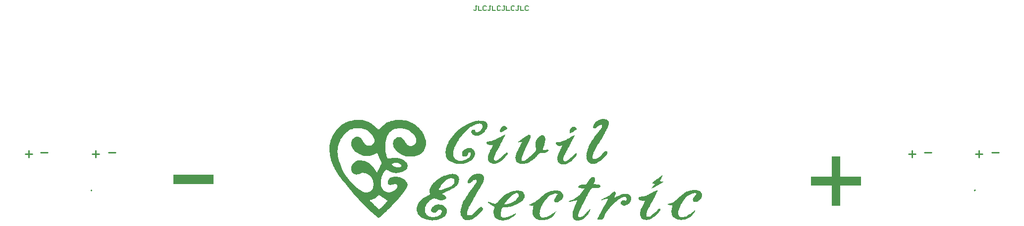
<source format=gto>
G04*
G04 #@! TF.GenerationSoftware,Altium Limited,Altium Designer,18.1.7 (191)*
G04*
G04 Layer_Color=65535*
%FSLAX44Y44*%
%MOMM*%
G71*
G01*
G75*
%ADD10C,0.2000*%
%ADD11C,0.1500*%
%ADD12C,0.2540*%
G36*
X1456544Y297891D02*
X1457521Y297501D01*
X1458888Y296524D01*
X1459083D01*
X1459278Y296329D01*
X1459864Y295548D01*
X1460060Y295157D01*
X1460645Y294376D01*
X1460450Y293985D01*
X1460060Y293204D01*
Y293009D01*
X1459864Y292814D01*
X1459669Y292423D01*
X1459278Y292228D01*
X1459083D01*
X1458888Y292032D01*
X1457911Y291446D01*
X1456349Y290665D01*
X1454786Y289689D01*
X1454591D01*
X1454396Y289494D01*
X1453419Y288908D01*
X1452052Y288126D01*
X1450490Y287345D01*
X1448927D01*
X1448537Y287540D01*
X1448146Y287931D01*
X1447951Y288322D01*
Y288517D01*
X1447755Y289298D01*
X1447951Y290665D01*
X1448146Y291446D01*
X1448537Y292423D01*
Y292618D01*
X1448732Y293009D01*
X1449513Y294181D01*
X1450685Y295548D01*
X1452052Y296915D01*
X1452247Y297110D01*
X1453029Y297501D01*
X1454200Y297891D01*
X1455372Y298087D01*
X1455763D01*
X1456544Y297891D01*
D02*
G37*
G36*
X1413969Y306875D02*
X1414554D01*
X1415336Y306680D01*
X1416117D01*
X1418265Y306485D01*
X1420804Y306094D01*
X1420999D01*
X1421390Y305899D01*
X1422757Y305508D01*
X1424319Y304532D01*
X1425687Y302969D01*
Y302774D01*
X1425882Y302579D01*
X1426468Y301407D01*
X1426858Y299649D01*
Y298673D01*
X1426663Y297501D01*
Y297306D01*
X1426468Y296720D01*
X1426077Y295548D01*
X1425491Y294181D01*
X1424710Y292618D01*
X1423538Y290861D01*
X1422171Y288908D01*
X1420414Y286759D01*
X1420218Y286564D01*
X1419437Y285978D01*
X1418461Y285002D01*
X1416898Y284025D01*
X1414945Y282853D01*
X1412797Y282072D01*
X1410258Y281486D01*
X1407524Y281291D01*
X1407133D01*
X1405766Y281486D01*
X1404203Y281877D01*
X1402641Y282658D01*
X1402251Y282853D01*
X1401469Y283634D01*
X1400493Y284806D01*
X1399321Y286369D01*
X1399126Y286564D01*
Y287345D01*
X1398930Y288322D01*
X1399321Y289494D01*
X1399516Y289689D01*
X1399907Y290275D01*
X1400688Y291056D01*
X1401665Y291446D01*
X1401860D01*
X1402446Y291642D01*
X1404594D01*
X1405180Y291446D01*
X1405571Y290665D01*
X1405766Y290275D01*
X1405961Y289494D01*
Y289103D01*
X1406156Y288322D01*
X1406547Y287540D01*
X1407328Y287150D01*
X1410063D01*
X1410453Y287345D01*
X1411039Y287540D01*
X1411820Y287931D01*
X1412797Y288322D01*
X1413773Y289103D01*
X1414750Y290079D01*
X1415726Y291251D01*
X1415922Y291446D01*
X1416117Y291837D01*
X1416508Y292423D01*
X1417093Y293400D01*
X1417875Y295548D01*
X1418070Y296720D01*
Y297891D01*
Y298087D01*
Y298282D01*
X1417875Y299063D01*
X1417484Y300040D01*
X1416703Y301016D01*
X1416508Y301211D01*
X1415922Y301602D01*
X1414945Y301797D01*
X1413773Y301993D01*
X1412601D01*
X1411625Y301797D01*
X1410258Y301602D01*
X1410063D01*
X1409281Y301407D01*
X1408109Y301211D01*
X1406938Y300821D01*
X1406742D01*
X1405961Y300430D01*
X1404985Y300040D01*
X1403618Y299258D01*
X1401860Y298477D01*
X1400102Y297501D01*
X1396587Y295157D01*
X1396391Y294962D01*
X1395806Y294571D01*
X1394829Y293790D01*
X1393657Y292814D01*
X1392290Y291642D01*
X1390923Y290275D01*
X1387798Y287150D01*
X1387603Y286955D01*
X1387017Y286173D01*
X1386041Y285197D01*
X1384673Y283830D01*
X1383306Y282072D01*
X1381744Y280119D01*
X1378619Y275823D01*
X1378424Y275627D01*
X1378033Y274846D01*
X1377252Y273479D01*
X1376275Y271916D01*
X1375104Y270159D01*
X1373932Y268010D01*
X1371393Y263323D01*
Y263128D01*
X1371198Y262737D01*
X1370807Y262151D01*
X1370417Y261175D01*
X1369635Y259027D01*
X1368854Y256488D01*
Y256292D01*
X1368659Y255902D01*
Y255121D01*
X1368463Y254339D01*
X1368268Y251800D01*
Y249066D01*
Y248871D01*
Y248480D01*
X1368463Y247699D01*
X1368659Y246723D01*
X1369440Y244574D01*
X1370612Y242231D01*
X1370807Y242035D01*
X1371002Y241840D01*
X1372174Y240864D01*
X1373932Y239692D01*
X1376471Y238520D01*
X1376666D01*
X1377447Y238325D01*
X1378424Y238129D01*
X1379986Y237934D01*
X1381549D01*
X1383502Y238129D01*
X1385650Y238520D01*
X1387994Y239301D01*
X1388189Y239496D01*
X1388970Y239692D01*
X1390142Y240278D01*
X1391509Y241059D01*
X1393071Y242036D01*
X1394634Y243403D01*
X1396001Y244770D01*
X1397173Y246527D01*
Y246723D01*
X1397368Y247113D01*
X1397954Y248285D01*
Y248480D01*
X1398149Y248871D01*
X1398345Y250043D01*
Y250238D01*
Y250433D01*
Y251019D01*
X1398149Y251605D01*
Y251800D01*
X1397954Y251996D01*
X1397563Y252386D01*
X1397173Y252582D01*
X1396782Y252777D01*
X1396391D01*
X1395806Y252582D01*
X1395610D01*
X1395220Y252386D01*
X1394829Y252191D01*
X1394438Y251800D01*
Y251605D01*
X1394048Y251410D01*
X1393657Y250238D01*
Y250043D01*
X1393462Y249652D01*
X1392876Y248480D01*
X1392681Y248090D01*
X1392290Y247309D01*
X1391509Y246332D01*
X1390533Y245551D01*
X1390337Y245356D01*
X1389556Y245160D01*
X1388384D01*
X1386822Y245356D01*
X1386431D01*
X1385650Y245746D01*
X1384673Y246332D01*
X1383892Y247309D01*
X1383697Y247504D01*
X1383502Y248285D01*
X1383306Y249457D01*
Y251215D01*
Y251410D01*
X1383502Y251800D01*
Y252386D01*
X1383697Y253168D01*
X1384478Y254925D01*
X1385845Y256488D01*
X1386041D01*
X1386236Y256878D01*
X1387408Y257464D01*
X1388970Y258441D01*
X1391118Y259417D01*
X1391314D01*
X1391704Y259613D01*
X1392290Y259808D01*
X1393071D01*
X1395024Y260198D01*
X1397759D01*
X1398930Y259613D01*
X1400688Y258831D01*
X1401469Y258050D01*
X1402446Y257269D01*
X1402641D01*
X1402836Y256878D01*
X1403813Y255902D01*
X1404594Y254339D01*
X1404985Y253363D01*
X1405180Y252386D01*
Y252191D01*
Y251996D01*
Y251410D01*
Y250629D01*
Y248871D01*
X1404594Y246723D01*
Y246527D01*
X1404203Y245746D01*
X1403813Y244770D01*
X1403032Y243598D01*
X1402251Y242231D01*
X1401274Y241059D01*
X1399907Y239692D01*
X1398540Y238520D01*
X1398345Y238325D01*
X1397759Y238129D01*
X1396782Y237544D01*
X1395610Y236958D01*
X1394243Y236176D01*
X1392681Y235395D01*
X1388970Y234028D01*
X1388580Y233833D01*
X1387603Y233638D01*
X1386041Y233247D01*
X1384283Y233052D01*
X1383892D01*
X1382720Y232856D01*
X1381158Y232661D01*
X1379400Y232466D01*
X1377838D01*
X1376861Y232661D01*
X1375690Y232856D01*
X1374127Y233052D01*
X1370807Y233833D01*
X1367292Y235005D01*
X1363581Y236762D01*
X1360261Y239106D01*
X1358894Y240473D01*
X1357527Y242231D01*
Y242426D01*
X1357331Y242621D01*
X1356941Y243207D01*
X1356745Y243988D01*
X1356355Y244965D01*
X1355964Y245941D01*
X1355378Y248871D01*
X1355183Y252386D01*
X1355378Y256488D01*
X1355769Y258636D01*
X1356160Y261175D01*
X1357136Y263519D01*
X1358113Y266253D01*
Y266448D01*
X1358503Y267034D01*
X1358894Y267815D01*
X1359480Y268792D01*
X1360261Y270159D01*
X1361042Y271721D01*
X1363386Y275432D01*
X1366315Y279533D01*
X1369635Y283634D01*
X1373541Y287931D01*
X1378033Y291837D01*
X1378228Y292032D01*
X1378619Y292228D01*
X1379400Y292814D01*
X1380377Y293400D01*
X1381549Y294376D01*
X1382916Y295157D01*
X1384673Y296329D01*
X1386431Y297501D01*
X1390728Y299844D01*
X1395806Y302188D01*
X1401274Y304532D01*
X1407328Y306485D01*
X1407524D01*
X1407914Y306680D01*
X1408500D01*
X1409281Y306875D01*
X1411430Y307071D01*
X1413969Y306875D01*
D02*
G37*
G36*
X1574701Y296524D02*
X1576068Y296329D01*
X1576459Y296134D01*
X1577045Y295743D01*
X1577826Y295157D01*
X1578607Y294181D01*
Y293985D01*
X1578802Y293790D01*
Y292618D01*
Y292423D01*
Y292032D01*
X1578607Y291642D01*
X1578412Y291446D01*
X1578216D01*
X1578021Y291056D01*
X1576849Y290275D01*
X1575287Y289298D01*
X1573334Y287931D01*
X1573138D01*
X1572943Y287736D01*
X1572357Y287345D01*
X1571576Y287150D01*
X1569623Y286369D01*
X1567280Y285588D01*
Y285783D01*
Y286173D01*
X1567084Y286955D01*
Y287931D01*
X1567280Y290079D01*
X1567670Y291251D01*
X1568061Y292423D01*
Y292618D01*
X1568256Y293009D01*
X1569232Y294181D01*
X1570600Y295548D01*
X1571576Y296134D01*
X1572748Y296524D01*
X1572943D01*
X1573724Y296720D01*
X1574701Y296524D01*
D02*
G37*
G36*
X1210856Y308242D02*
X1213004Y307852D01*
X1215543Y307461D01*
X1218277Y306875D01*
X1221012Y305899D01*
X1223746Y304727D01*
X1224136Y304532D01*
X1224918Y304141D01*
X1226285Y303360D01*
X1228042Y302188D01*
X1229995Y300821D01*
X1232144Y299258D01*
X1234487Y297306D01*
X1236831Y294962D01*
X1237026D01*
X1237222Y294571D01*
X1238198Y293595D01*
X1238393D01*
X1238589Y293204D01*
X1239370Y292228D01*
X1239565D01*
X1239956Y292032D01*
X1240346Y291837D01*
X1241127Y291446D01*
X1241323Y291642D01*
X1241713Y292228D01*
X1242299Y293009D01*
X1243081Y293790D01*
X1243276Y293985D01*
X1243666Y294571D01*
X1244448Y295352D01*
X1245229Y296134D01*
X1245424Y296329D01*
X1246205Y297110D01*
X1247377Y298087D01*
X1248744Y299258D01*
X1250697Y300821D01*
X1252650Y302188D01*
X1254994Y303555D01*
X1257533Y304727D01*
X1257923Y304922D01*
X1258705Y305117D01*
X1260072Y305703D01*
X1262025Y306289D01*
X1264173Y306875D01*
X1266517Y307461D01*
X1269251Y307852D01*
X1272180Y308047D01*
X1278039D01*
X1280773Y307852D01*
X1283898Y307656D01*
X1287023Y307071D01*
X1290343Y306289D01*
X1290539D01*
X1290734Y306094D01*
X1291906Y305899D01*
X1293468Y305117D01*
X1295616Y304336D01*
X1298155Y302969D01*
X1300889Y301602D01*
X1303624Y299649D01*
X1306358Y297501D01*
X1306553Y297306D01*
X1307334Y296720D01*
X1308311Y295743D01*
X1309483Y294376D01*
X1311045Y293009D01*
X1312608Y291251D01*
X1315537Y287150D01*
X1315732Y286955D01*
X1316123Y286173D01*
X1316904Y285002D01*
X1317685Y283439D01*
X1318467Y281681D01*
X1319443Y279533D01*
X1320224Y277190D01*
X1321006Y274651D01*
Y274455D01*
X1321201Y274260D01*
Y273674D01*
X1321396Y273088D01*
X1321591Y271135D01*
X1321787Y268792D01*
X1321591Y265862D01*
X1321006Y262737D01*
X1320029Y259613D01*
X1318467Y256292D01*
X1318271Y255902D01*
X1317490Y254925D01*
X1316123Y253558D01*
X1314365Y251800D01*
X1312217Y250043D01*
X1309483Y248480D01*
X1306358Y246918D01*
X1302647Y245941D01*
X1302257D01*
X1301671Y245746D01*
X1301085D01*
X1299132Y245551D01*
X1296788Y245355D01*
X1293859D01*
X1290929Y245551D01*
X1287609Y245941D01*
X1284484Y246723D01*
X1284094Y246918D01*
X1283117Y247309D01*
X1281555Y248090D01*
X1279406Y249066D01*
X1277063Y250433D01*
X1274524Y252191D01*
X1271985Y254535D01*
X1269446Y257074D01*
Y257269D01*
X1269055Y257464D01*
X1268079Y258831D01*
X1267103Y260589D01*
X1266126Y262737D01*
Y262933D01*
X1265931Y263323D01*
X1265735Y263909D01*
X1265540Y264690D01*
X1265345Y266643D01*
Y268987D01*
Y269182D01*
X1265540Y269573D01*
Y270354D01*
X1265735Y271135D01*
X1266517Y273088D01*
X1267688Y275041D01*
Y275236D01*
X1268079Y275432D01*
X1269055Y276408D01*
X1270813Y277580D01*
X1272962Y278557D01*
X1273157D01*
X1273547Y278752D01*
X1274133D01*
X1274914Y278947D01*
X1276672D01*
X1278430Y278557D01*
X1278625D01*
X1278820Y278361D01*
X1279992Y277775D01*
X1281359Y276604D01*
X1282922Y275041D01*
X1283117Y274846D01*
X1283703Y274065D01*
X1284289Y273088D01*
X1285070Y271916D01*
X1285266Y271721D01*
X1285851Y270940D01*
X1286437Y269768D01*
X1287218Y268596D01*
X1287414Y268401D01*
X1287609Y268010D01*
X1288781Y266643D01*
X1290734Y265081D01*
X1291906Y264495D01*
X1293078Y263909D01*
X1293273D01*
X1293663Y263714D01*
X1294445D01*
X1295226Y263519D01*
X1297569Y263714D01*
X1298741Y264104D01*
X1300108Y264690D01*
X1300304D01*
X1300694Y265081D01*
X1301866Y266057D01*
X1303233Y267620D01*
X1304014Y268792D01*
X1304405Y269963D01*
Y270159D01*
X1304600Y270549D01*
Y271331D01*
X1304796Y272307D01*
X1304600Y274846D01*
X1304405Y276213D01*
X1303819Y277580D01*
Y277775D01*
X1303624Y277971D01*
X1303038Y279338D01*
X1301866Y281096D01*
X1300304Y283244D01*
X1297960Y285588D01*
X1295226Y287931D01*
X1291906Y290275D01*
X1287804Y292032D01*
X1287609D01*
X1287218Y292228D01*
X1286633Y292423D01*
X1285851Y292618D01*
X1283703Y293204D01*
X1280773Y293790D01*
X1277453Y293985D01*
X1273938Y293790D01*
X1270032Y293204D01*
X1268274Y292618D01*
X1266321Y291837D01*
X1266126D01*
X1265540Y291446D01*
X1264564Y290861D01*
X1263392Y290275D01*
X1262220Y289298D01*
X1260853Y288126D01*
X1259486Y286955D01*
X1258314Y285392D01*
X1258119Y285197D01*
X1257728Y284611D01*
X1257337Y283830D01*
X1256556Y282658D01*
X1255775Y281291D01*
X1255189Y279728D01*
X1253822Y276213D01*
Y275822D01*
X1253627Y275041D01*
X1253236Y273479D01*
X1253041Y271526D01*
X1252650Y269377D01*
X1252260Y266839D01*
X1252064Y261370D01*
Y260980D01*
Y260003D01*
X1252260Y258636D01*
X1252455Y256683D01*
X1252650Y254339D01*
X1253041Y251800D01*
X1253627Y249066D01*
X1254408Y246332D01*
Y246137D01*
X1254603Y245746D01*
X1255189Y244379D01*
X1255970Y243012D01*
X1256361Y242426D01*
X1256752Y242035D01*
X1259095D01*
X1260267Y242231D01*
X1261439Y242426D01*
X1261634D01*
X1262415Y242621D01*
X1263392Y242817D01*
X1264759Y243012D01*
X1266321D01*
X1268079Y243207D01*
X1271985Y243012D01*
X1272180D01*
X1272766Y242817D01*
X1273938Y242621D01*
X1275110Y242426D01*
X1276672Y242035D01*
X1278430Y241450D01*
X1281945Y240082D01*
X1282141D01*
X1282336Y239887D01*
X1282531D01*
X1282922Y239692D01*
X1283117D01*
X1283312Y239301D01*
X1284680Y238520D01*
X1286242Y237153D01*
X1288000Y235590D01*
X1288195Y235395D01*
X1288390Y235200D01*
X1288781Y234614D01*
X1289171Y234028D01*
X1289757Y232075D01*
X1290148Y230903D01*
Y229536D01*
Y229341D01*
Y228950D01*
X1289953Y228169D01*
Y227388D01*
X1289171Y225240D01*
X1288586Y224263D01*
X1287804Y223287D01*
X1287609D01*
X1287414Y222896D01*
X1286242Y221919D01*
X1284289Y220748D01*
X1282141Y219576D01*
X1281945Y219381D01*
X1280969Y219185D01*
X1279797Y218795D01*
X1278039Y218209D01*
X1276086Y217818D01*
X1273743Y217428D01*
X1271399Y217037D01*
X1268860D01*
X1267884Y217232D01*
X1266712Y217428D01*
X1264954Y217623D01*
X1263001Y218209D01*
X1260853Y218990D01*
X1258705Y220162D01*
X1256361Y221529D01*
X1256166Y221724D01*
X1255385Y222115D01*
X1254408Y222701D01*
X1253431D01*
X1252846Y222310D01*
X1252064Y221724D01*
X1251283Y220748D01*
X1251088Y220552D01*
X1250697Y219771D01*
X1249916Y218599D01*
X1249135Y217232D01*
X1248158Y215474D01*
X1247182Y213521D01*
X1246401Y211373D01*
X1245620Y209030D01*
Y208834D01*
X1245424Y207858D01*
X1245034Y206686D01*
X1244838Y205124D01*
X1244643Y202975D01*
Y200827D01*
Y198288D01*
X1244838Y195749D01*
Y195554D01*
X1245034Y194968D01*
X1245229Y194187D01*
X1245620Y193015D01*
X1246205Y191648D01*
X1246987Y190476D01*
X1247768Y189109D01*
X1248940Y187742D01*
X1249135Y187547D01*
X1249526Y187156D01*
X1250307Y186570D01*
X1251283Y185984D01*
X1252455Y185398D01*
X1253822Y184617D01*
X1255189Y184226D01*
X1256947Y183836D01*
X1258509D01*
X1259681Y184031D01*
X1261048Y184226D01*
X1262611Y184617D01*
X1264368Y185203D01*
X1266126Y186180D01*
X1266321Y186375D01*
X1266907Y186765D01*
X1267688Y187351D01*
X1268860Y188132D01*
X1271009Y190281D01*
X1271790Y191453D01*
X1272571Y192820D01*
Y193015D01*
X1272766Y193210D01*
Y194187D01*
Y195359D01*
X1272376Y196726D01*
X1272180Y196921D01*
X1271594Y197507D01*
X1270423Y198093D01*
X1268860Y198288D01*
X1268665D01*
X1268079Y198093D01*
X1267103Y197897D01*
X1266126Y197702D01*
X1265931D01*
X1265345Y197507D01*
X1264564Y197312D01*
X1263587Y197116D01*
X1263392D01*
X1262611Y196921D01*
X1261439Y196726D01*
X1260072D01*
X1259290Y196921D01*
X1258509Y197312D01*
X1257533Y198288D01*
X1257337Y198483D01*
X1256947Y199265D01*
X1256556Y200436D01*
X1256361Y201608D01*
Y201999D01*
X1256556Y202780D01*
X1256752Y203757D01*
X1257142Y205124D01*
Y205319D01*
X1257337Y205514D01*
X1257923Y206491D01*
X1258900Y207858D01*
X1260267Y208834D01*
X1260462D01*
X1260658Y209030D01*
X1261634Y209420D01*
X1263001Y210006D01*
X1264759Y210397D01*
X1264954D01*
X1265735Y210592D01*
X1268274D01*
X1269837Y210787D01*
X1271790Y210592D01*
X1275696Y210201D01*
X1275891D01*
X1276477Y210006D01*
X1277454Y209615D01*
X1278821Y209225D01*
X1280188Y208639D01*
X1281945Y207858D01*
X1283508Y206881D01*
X1285266Y205514D01*
X1285461Y205319D01*
X1285851Y204928D01*
X1286633Y204342D01*
X1287414Y203561D01*
X1288976Y201413D01*
X1289562Y200046D01*
X1289953Y198679D01*
Y198483D01*
X1290148Y198093D01*
Y197312D01*
Y196335D01*
X1289953Y195163D01*
X1289562Y193796D01*
X1288976Y192429D01*
X1288000Y190867D01*
X1287804Y190671D01*
X1287609Y190086D01*
X1287023Y189304D01*
X1286437Y188328D01*
X1284484Y185789D01*
X1282336Y182859D01*
X1282141Y182664D01*
X1281750Y182273D01*
X1281164Y181492D01*
X1280383Y180516D01*
X1278430Y178172D01*
X1276282Y175438D01*
Y175243D01*
X1275891Y175047D01*
X1274914Y173876D01*
X1273352Y172118D01*
X1271399Y169774D01*
X1268860Y167040D01*
X1266126Y164111D01*
X1263196Y160986D01*
X1260072Y157666D01*
X1259681Y157275D01*
X1258705Y156103D01*
X1256947Y154541D01*
X1254799Y152393D01*
X1252260Y149853D01*
X1249330Y147119D01*
X1246010Y144190D01*
X1242690Y141260D01*
X1242495Y141065D01*
X1241909Y140479D01*
X1241518Y140284D01*
X1240737Y139893D01*
X1240542Y140089D01*
X1240151Y140284D01*
X1239565Y140870D01*
X1238784Y141456D01*
X1236831Y143018D01*
X1234487Y144776D01*
X1234292Y144971D01*
X1233901Y145166D01*
X1233316Y145752D01*
X1232534Y146338D01*
X1230777Y148096D01*
X1228628Y150049D01*
X1228433Y150244D01*
X1228042Y150635D01*
X1227261Y151416D01*
X1226285Y152392D01*
X1225113Y153564D01*
X1223550Y154931D01*
X1221988Y156494D01*
X1220230Y158251D01*
X1216129Y162353D01*
X1211637Y167040D01*
X1206950Y171922D01*
X1202263Y177000D01*
X1202067Y177196D01*
X1201677Y177586D01*
X1201091Y178367D01*
X1200114Y179344D01*
X1198943Y180711D01*
X1197576Y182273D01*
X1196208Y183836D01*
X1194451Y185789D01*
X1190740Y190085D01*
X1186834Y194968D01*
X1182537Y200436D01*
X1178241Y205905D01*
X1178045Y206295D01*
X1177264Y207272D01*
X1176288Y208639D01*
X1174725Y210592D01*
X1173163Y212936D01*
X1171405Y215474D01*
X1167694Y220943D01*
X1167499Y221334D01*
X1166913Y222310D01*
X1165937Y223873D01*
X1164960Y226021D01*
X1163593Y228560D01*
X1162421Y231294D01*
X1161054Y234419D01*
X1159883Y237739D01*
Y237934D01*
X1159687Y238129D01*
X1159492Y238715D01*
X1159297Y239496D01*
X1158906Y241645D01*
X1158320Y244184D01*
X1157539Y247309D01*
X1157148Y250824D01*
X1156758Y254535D01*
X1156562Y258245D01*
Y258441D01*
Y259027D01*
Y260003D01*
X1156758Y261175D01*
Y262737D01*
X1156953Y264300D01*
X1157344Y267620D01*
Y267815D01*
X1157539Y268206D01*
X1157734Y268987D01*
X1157930Y269963D01*
X1158320Y271331D01*
X1158711Y272698D01*
X1160078Y276213D01*
X1161835Y280314D01*
X1164374Y284806D01*
X1165937Y287150D01*
X1167499Y289494D01*
X1169452Y291837D01*
X1171600Y294181D01*
X1171991Y294571D01*
X1172968Y295548D01*
X1174335Y296915D01*
X1176483Y298477D01*
X1178827Y300235D01*
X1181756Y302188D01*
X1184686Y303750D01*
X1188006Y305117D01*
X1188201D01*
X1188396Y305313D01*
X1189568Y305703D01*
X1191521Y306094D01*
X1193865Y306875D01*
X1196794Y307461D01*
X1200114Y307852D01*
X1203825Y308242D01*
X1207731Y308438D01*
X1209294D01*
X1210856Y308242D01*
D02*
G37*
G36*
X1499120Y282463D02*
X1499706Y282072D01*
X1499901D01*
X1500096Y281681D01*
X1500291Y281096D01*
X1500487Y280314D01*
Y280119D01*
Y279729D01*
Y278361D01*
Y278166D01*
X1500096Y277580D01*
X1499706Y276408D01*
X1499120Y275237D01*
X1498534Y273674D01*
X1497753Y271916D01*
X1495995Y268206D01*
X1495800Y268010D01*
X1495604Y267425D01*
X1495214Y266448D01*
X1494628Y265081D01*
X1493846Y263714D01*
X1493065Y261956D01*
X1491308Y258245D01*
Y258050D01*
X1491112Y257659D01*
X1490722Y257074D01*
X1490331Y256097D01*
X1489355Y253949D01*
X1488378Y251410D01*
Y251215D01*
X1488183Y250824D01*
X1487792Y250238D01*
X1487597Y249262D01*
X1486620Y247309D01*
X1485644Y244770D01*
Y244574D01*
X1485449Y244184D01*
X1485253Y242817D01*
Y242621D01*
Y242231D01*
X1485058Y241254D01*
Y240864D01*
Y240082D01*
X1485449Y239106D01*
X1486230Y238325D01*
X1486425Y238129D01*
X1487011Y237934D01*
X1487988Y237739D01*
X1489159Y237934D01*
X1489355Y238129D01*
X1489550D01*
X1489745Y238325D01*
X1489940Y238520D01*
X1490722Y238911D01*
X1491698Y239692D01*
X1492870Y240668D01*
X1494432Y241645D01*
X1496190Y243012D01*
X1499901Y245746D01*
X1500096Y245942D01*
X1500682Y246527D01*
X1501658Y247309D01*
X1502830Y248285D01*
X1504197Y249652D01*
X1505760Y251215D01*
X1508689Y254730D01*
X1508885Y254925D01*
X1509275Y255707D01*
X1509666Y256683D01*
X1509861Y257659D01*
Y257855D01*
Y258636D01*
X1509666Y259808D01*
X1509471Y260980D01*
Y261175D01*
X1509275Y261956D01*
X1509080Y262933D01*
X1508885Y264300D01*
Y265862D01*
Y267620D01*
Y269377D01*
X1509275Y271135D01*
Y271331D01*
X1509471Y271916D01*
X1509861Y272893D01*
X1510447Y274065D01*
X1511228Y275432D01*
X1512400Y276799D01*
X1513767Y278361D01*
X1515330Y279729D01*
X1515525Y279924D01*
X1516306Y280510D01*
X1517283Y281096D01*
X1518454Y281681D01*
X1518845Y281877D01*
X1519626Y282072D01*
X1520798Y282072D01*
X1522165Y281681D01*
X1522360D01*
X1522556Y281486D01*
X1523337Y280900D01*
X1524313Y279924D01*
X1525095Y278752D01*
Y278361D01*
X1525290Y277580D01*
X1525485Y276213D01*
Y274651D01*
Y274260D01*
Y273284D01*
X1525290Y271917D01*
X1525095Y270354D01*
Y269963D01*
X1524899Y268987D01*
X1524509Y267815D01*
X1524118Y266253D01*
Y265862D01*
X1523728Y264886D01*
X1523337Y263714D01*
X1522751Y262151D01*
X1522556Y261761D01*
X1522360Y260784D01*
X1521774Y259417D01*
X1521189Y257855D01*
X1521384D01*
X1521579Y257464D01*
X1522751Y256878D01*
X1524313Y256488D01*
X1525290D01*
X1526266Y256683D01*
X1526462D01*
X1526657Y256878D01*
X1527829Y257074D01*
X1529586D01*
X1531539Y256683D01*
X1531344Y256488D01*
X1531149Y256097D01*
X1529977Y254925D01*
X1528415Y253558D01*
X1526266Y252191D01*
X1526071D01*
X1525681Y251996D01*
X1525095Y251800D01*
X1524313Y251605D01*
X1522360Y251410D01*
X1521189D01*
X1519821Y251605D01*
X1519431D01*
X1518650Y251800D01*
X1517478Y251605D01*
X1516306Y251410D01*
X1516111Y251215D01*
X1515525Y251019D01*
X1514744Y250433D01*
X1513767Y249457D01*
Y249262D01*
X1513377Y249066D01*
X1512400Y247894D01*
X1511033Y246332D01*
X1509471Y244574D01*
X1509275Y244379D01*
X1509080Y244184D01*
X1508103Y243012D01*
X1506541Y241645D01*
X1504783Y240278D01*
X1504588Y240082D01*
X1504002Y239496D01*
X1502830Y238715D01*
X1501658Y237739D01*
X1499901Y236762D01*
X1498143Y235786D01*
X1495995Y234809D01*
X1493846Y234028D01*
X1493651D01*
X1492870Y233833D01*
X1491698Y233442D01*
X1490136Y233247D01*
X1488183Y233052D01*
X1486035D01*
X1483691Y233247D01*
X1481152Y233638D01*
X1480957D01*
X1480566Y233833D01*
X1479199Y234223D01*
X1477637Y235005D01*
X1477051Y235590D01*
X1476465Y236176D01*
X1476269Y236567D01*
X1475683Y237544D01*
X1475098Y239301D01*
X1474707Y241645D01*
Y241840D01*
Y242036D01*
X1474512Y243403D01*
X1474707Y245160D01*
X1474902Y247113D01*
Y247309D01*
X1475098Y247504D01*
X1475488Y248871D01*
X1476074Y250433D01*
X1476855Y252386D01*
Y252582D01*
X1477051Y252972D01*
X1477441Y253754D01*
X1477832Y254535D01*
X1479004Y256683D01*
X1480175Y259222D01*
Y259417D01*
X1480371Y259808D01*
X1480761Y260394D01*
X1481152Y261370D01*
X1482324Y263519D01*
X1483496Y266057D01*
X1483691Y266253D01*
X1483886Y266643D01*
X1484472Y267815D01*
X1484667Y268010D01*
X1484863Y268401D01*
X1485253Y269182D01*
X1485644Y270159D01*
X1484472D01*
X1483300Y269963D01*
X1481933D01*
X1481152Y269768D01*
X1480175D01*
X1479199Y269573D01*
Y269768D01*
Y269963D01*
Y270549D01*
Y270745D01*
Y270940D01*
X1479394Y271135D01*
X1479980Y271526D01*
X1480761Y272112D01*
X1481738Y272698D01*
X1484472Y274651D01*
X1487402Y276604D01*
X1487597Y276799D01*
X1488183Y277190D01*
X1488964Y277775D01*
X1490136Y278361D01*
X1492675Y280314D01*
X1495800Y282267D01*
X1495995D01*
X1496385Y282463D01*
X1496971Y282658D01*
X1498534D01*
X1499120Y282463D01*
D02*
G37*
G36*
X1457325Y283244D02*
X1457130Y282658D01*
X1456739Y281681D01*
X1456154Y280510D01*
X1454591Y277775D01*
X1453029Y274651D01*
Y274455D01*
X1452638Y273869D01*
X1452443Y273088D01*
X1451857Y272112D01*
X1450685Y269377D01*
X1449123Y266448D01*
Y266253D01*
X1448732Y265862D01*
X1448537Y265081D01*
X1447951Y264300D01*
X1446779Y261956D01*
X1445412Y259417D01*
Y259222D01*
X1445021Y258831D01*
X1444631Y258050D01*
X1444240Y257269D01*
X1442873Y254925D01*
X1441506Y252191D01*
X1441311Y251996D01*
X1441115Y251410D01*
X1440529Y250433D01*
X1440139Y249262D01*
X1439944Y249066D01*
X1439748Y248480D01*
X1439162Y247504D01*
X1438772Y246332D01*
Y246137D01*
X1438576Y245942D01*
X1438186Y244770D01*
X1437795Y243207D01*
X1437600Y241645D01*
Y241450D01*
X1437795Y240668D01*
X1438186Y239692D01*
X1438967Y238911D01*
X1439162D01*
X1439358Y238715D01*
X1440334Y238520D01*
X1441506Y238325D01*
X1442287Y238520D01*
X1442873Y238715D01*
X1443068Y238911D01*
X1443849Y239301D01*
X1444826Y239887D01*
X1445998Y240668D01*
X1446193D01*
X1446388Y241059D01*
X1447560Y242036D01*
X1449123Y243403D01*
X1451076Y244965D01*
X1451271Y245160D01*
X1451466Y245356D01*
X1452638Y246332D01*
X1454200Y247894D01*
X1455958Y249457D01*
X1456154Y249652D01*
X1456544Y250043D01*
X1457911Y251215D01*
X1458107Y251410D01*
X1458497Y251800D01*
X1459864Y252972D01*
X1460060Y252777D01*
X1460645Y252191D01*
X1461036Y251410D01*
X1461231Y250629D01*
Y250433D01*
X1461036Y250043D01*
X1460450Y248871D01*
X1460255Y248676D01*
X1459864Y248090D01*
X1459278Y247113D01*
X1458302Y246137D01*
X1455958Y243403D01*
X1453029Y240473D01*
X1452833Y240278D01*
X1452443Y239887D01*
X1451662Y239106D01*
X1450490Y238325D01*
X1449123Y237348D01*
X1447755Y236372D01*
X1445998Y235200D01*
X1444045Y234223D01*
X1443849D01*
X1443654Y234028D01*
X1443068Y233833D01*
X1442287Y233638D01*
X1440529Y233247D01*
X1438381Y233052D01*
X1437209D01*
X1436428Y233247D01*
X1434670Y233638D01*
X1432522Y234223D01*
X1432327D01*
X1432132Y234419D01*
X1430960Y235200D01*
X1429593Y236372D01*
X1428226Y238129D01*
Y238325D01*
X1428030Y238715D01*
X1427835Y239301D01*
X1427640Y240082D01*
X1427444Y242036D01*
Y244574D01*
Y244770D01*
Y244965D01*
X1427835Y246137D01*
X1428226Y247699D01*
X1428811Y249457D01*
Y249652D01*
X1429007Y249848D01*
X1429397Y251019D01*
X1429983Y252582D01*
X1430569Y254339D01*
Y254535D01*
X1430764Y254730D01*
X1431350Y255902D01*
X1432132Y257464D01*
X1433108Y259417D01*
Y259613D01*
X1433303Y259808D01*
X1434084Y260980D01*
X1434866Y262737D01*
X1436037Y264886D01*
X1431350D01*
X1430569Y265081D01*
X1430374D01*
X1429788Y265276D01*
X1429007Y265471D01*
X1428030Y265862D01*
X1427835Y266057D01*
X1427249Y266253D01*
X1425882Y267034D01*
X1425687Y267229D01*
X1425296Y267815D01*
X1424905Y268792D01*
X1425101Y269768D01*
Y269963D01*
X1425491Y270549D01*
X1426272Y271135D01*
X1427249Y271331D01*
X1428421D01*
X1429593Y271526D01*
X1431350Y271721D01*
X1433108Y271916D01*
X1435256Y272502D01*
X1437209Y273088D01*
X1439358Y274065D01*
X1439553Y274260D01*
X1440334Y274455D01*
X1441506Y275041D01*
X1442873Y275823D01*
X1444631Y276604D01*
X1446388Y277580D01*
X1450490Y279729D01*
X1450685Y279924D01*
X1451466Y280314D01*
X1452443Y280900D01*
X1453615Y281486D01*
X1453810Y281681D01*
X1454786Y282072D01*
X1455958Y282658D01*
X1457521Y283439D01*
X1457325Y283244D01*
D02*
G37*
G36*
X1627041Y309805D02*
X1628213Y309414D01*
X1628409D01*
X1628799Y309219D01*
X1630166Y308828D01*
X1631729Y307852D01*
X1633096Y306485D01*
X1633291Y306094D01*
X1633877Y305118D01*
X1634268Y303360D01*
Y302383D01*
X1634072Y301212D01*
Y301016D01*
Y300821D01*
X1633682Y299454D01*
X1633291Y297696D01*
X1632510Y295743D01*
Y295548D01*
X1632315Y295352D01*
X1631924Y294181D01*
X1631143Y292618D01*
X1630166Y290861D01*
X1629971Y290470D01*
X1629385Y289298D01*
X1628409Y287540D01*
X1627041Y285197D01*
X1625479Y282463D01*
X1623917Y279533D01*
X1621964Y276213D01*
X1620011Y272893D01*
X1619815Y272502D01*
X1619034Y271331D01*
X1618058Y269573D01*
X1616691Y267425D01*
X1615128Y264690D01*
X1613371Y261761D01*
X1611613Y258441D01*
X1609660Y255121D01*
X1609464Y254730D01*
X1609074Y253949D01*
X1608293Y252582D01*
X1607707Y250824D01*
Y250629D01*
X1607511Y250433D01*
X1607316Y249457D01*
X1606926Y247894D01*
X1606535Y246137D01*
Y245942D01*
Y245551D01*
X1606340Y244379D01*
X1606535Y242817D01*
X1606926Y242231D01*
X1607511Y241645D01*
X1607902Y241450D01*
X1608683Y241254D01*
X1610246Y241059D01*
X1611027Y241254D01*
X1612199Y241450D01*
X1612394D01*
X1612785Y241645D01*
X1613371Y241840D01*
X1613956Y242231D01*
X1615714Y243012D01*
X1617472Y244379D01*
X1617667Y244574D01*
X1617862Y244770D01*
X1618839Y245746D01*
X1620401Y247113D01*
X1621964Y248871D01*
X1622159Y249066D01*
X1622745Y249848D01*
X1623526Y250824D01*
X1624503Y251800D01*
X1624698Y251996D01*
X1625284Y252582D01*
X1626065Y253363D01*
X1627237Y254144D01*
X1627432D01*
X1627823Y254339D01*
X1628409Y254535D01*
X1630166D01*
X1630948Y254339D01*
X1631338Y253949D01*
X1631533Y253754D01*
X1631729Y253558D01*
X1631924Y252777D01*
Y251800D01*
Y251605D01*
Y251019D01*
X1631729Y250238D01*
X1631338Y249652D01*
X1631143Y249457D01*
X1630557Y248871D01*
X1629776Y247894D01*
X1628799Y246723D01*
X1627432Y245356D01*
X1626065Y243988D01*
X1622940Y240864D01*
X1622745Y240668D01*
X1622159Y240082D01*
X1621183Y239301D01*
X1620011Y238325D01*
X1618448Y237348D01*
X1616691Y236176D01*
X1614738Y235005D01*
X1612589Y233833D01*
X1612394Y233638D01*
X1611613Y233442D01*
X1610441Y233052D01*
X1608878Y232856D01*
X1607121Y232661D01*
X1605363Y232856D01*
X1603410Y233247D01*
X1601457Y234223D01*
X1601262Y234419D01*
X1600676Y234809D01*
X1599895Y235591D01*
X1599113Y236567D01*
X1598137Y237934D01*
X1597160Y239497D01*
X1596379Y241254D01*
X1595989Y243207D01*
Y243403D01*
Y243793D01*
X1595793Y244770D01*
Y244965D01*
Y245356D01*
Y246137D01*
X1595598Y246918D01*
Y247113D01*
X1595793Y247699D01*
Y248676D01*
X1595989Y249848D01*
X1596379Y251410D01*
X1596770Y252972D01*
X1597551Y256488D01*
Y256683D01*
X1597746Y257269D01*
X1598137Y258245D01*
X1598528Y259417D01*
X1599113Y260784D01*
X1599699Y262347D01*
X1601066Y265667D01*
X1601262Y265862D01*
X1601457Y266448D01*
X1602043Y267425D01*
X1602824Y268596D01*
X1603801Y269963D01*
X1604777Y271526D01*
X1606926Y274846D01*
X1607121Y275041D01*
X1607511Y275627D01*
X1608097Y276604D01*
X1608878Y277775D01*
X1609855Y279143D01*
X1610832Y280705D01*
X1613175Y284025D01*
Y284220D01*
X1613566Y284416D01*
X1614347Y285588D01*
X1615519Y287150D01*
X1616886Y288712D01*
Y288908D01*
X1617276Y289103D01*
X1618058Y290079D01*
X1619229Y291642D01*
X1620597Y293204D01*
X1620792Y293400D01*
X1620987Y293790D01*
X1621768Y294767D01*
Y294962D01*
X1621964Y295352D01*
X1622550Y296524D01*
Y296720D01*
X1622745Y297501D01*
X1622550Y298282D01*
X1622159Y299259D01*
X1621964Y299454D01*
X1621573Y299649D01*
X1620792Y299844D01*
X1619620Y299649D01*
X1619425Y299454D01*
X1618644Y299259D01*
X1617667Y298673D01*
X1616691Y298087D01*
X1616495Y297892D01*
X1615714Y297501D01*
X1614738Y296915D01*
X1613761Y296134D01*
X1613566Y295938D01*
X1612980Y295548D01*
X1612199Y294767D01*
X1611222Y293790D01*
X1611027Y293595D01*
X1610441Y293400D01*
X1609074D01*
X1608488Y293790D01*
X1608293Y293985D01*
X1607707Y294767D01*
X1607316Y295743D01*
Y296915D01*
Y297306D01*
X1607707Y298087D01*
X1607902Y299063D01*
X1608488Y300430D01*
X1608683Y300626D01*
X1609074Y301212D01*
X1609660Y302188D01*
X1610441Y303165D01*
X1611613Y304532D01*
X1613175Y305704D01*
X1614933Y306875D01*
X1617081Y308047D01*
X1617276D01*
X1617862Y308438D01*
X1618644Y308633D01*
X1619620Y309024D01*
X1622159Y309610D01*
X1624893Y310000D01*
X1625870D01*
X1627041Y309805D01*
D02*
G37*
G36*
X1575873Y281877D02*
X1575677Y281291D01*
X1575287Y280314D01*
X1574701Y279143D01*
X1573920Y277775D01*
X1573138Y276408D01*
X1571576Y273088D01*
Y272893D01*
X1571185Y272307D01*
X1570795Y271526D01*
X1570209Y270549D01*
X1568842Y267815D01*
X1567280Y264886D01*
Y264690D01*
X1566889Y264300D01*
X1566694Y263519D01*
X1566108Y262737D01*
X1564936Y260394D01*
X1563569Y257855D01*
Y257659D01*
X1563178Y257269D01*
X1562788Y256488D01*
X1562397Y255707D01*
X1561225Y253363D01*
X1559858Y250824D01*
X1559663Y250629D01*
X1559467Y250043D01*
X1558882Y249066D01*
X1558491Y247894D01*
X1558296Y247699D01*
X1558100Y247113D01*
X1557514Y246137D01*
X1557124Y244965D01*
Y244770D01*
X1556929Y244574D01*
X1556538Y243403D01*
X1556147Y242036D01*
Y240473D01*
Y240082D01*
X1556343Y239497D01*
X1556733Y238520D01*
X1557514Y237739D01*
X1557710D01*
X1557905Y237544D01*
X1558882Y237153D01*
X1560053Y236958D01*
X1560639Y237153D01*
X1561225Y237348D01*
X1561616Y237544D01*
X1562202Y237934D01*
X1563374Y238520D01*
X1564350Y239301D01*
X1564545Y239497D01*
X1564741Y239692D01*
X1566108Y240668D01*
X1567670Y242231D01*
X1569623Y243793D01*
X1569818Y243988D01*
X1570014Y244184D01*
X1571185Y245356D01*
X1572943Y246918D01*
X1574896Y248676D01*
X1575092Y248871D01*
X1575482Y249262D01*
X1576654Y250238D01*
X1576849Y250433D01*
X1577240Y250629D01*
X1578607Y251800D01*
X1578802Y251410D01*
X1579193Y250629D01*
X1579388Y249652D01*
Y248676D01*
Y248480D01*
X1579193Y248090D01*
X1578216Y246723D01*
X1578021Y246527D01*
X1577630Y245942D01*
X1577045Y245160D01*
X1576263Y244184D01*
X1574310Y241840D01*
X1571771Y239301D01*
X1571576Y239106D01*
X1571185Y238715D01*
X1570404Y238130D01*
X1569428Y237348D01*
X1568061Y236372D01*
X1566694Y235395D01*
X1563569Y233442D01*
X1563374D01*
X1562788Y233052D01*
X1562006Y232856D01*
X1561225Y232466D01*
X1561030D01*
X1560444Y232271D01*
X1559663Y232075D01*
X1558882Y231880D01*
X1554976D01*
X1553218Y232271D01*
X1551460Y232856D01*
X1549898Y233638D01*
X1548335Y235005D01*
X1548140Y235200D01*
X1547749Y235786D01*
X1547164Y236567D01*
X1546578Y237934D01*
X1546187Y239497D01*
X1545797Y241254D01*
X1545992Y243403D01*
X1546382Y245746D01*
Y245942D01*
X1546578Y246137D01*
X1546968Y247504D01*
X1547554Y249262D01*
X1548531Y251215D01*
Y251410D01*
X1548726Y251605D01*
X1549312Y252972D01*
X1550093Y254730D01*
X1551070Y256683D01*
X1551265Y256878D01*
X1551460Y257659D01*
X1552046Y258831D01*
X1552632Y260003D01*
X1552827Y260394D01*
X1553218Y261175D01*
X1553804Y262347D01*
X1554390Y263909D01*
X1552046D01*
X1550874Y263714D01*
X1548921D01*
X1547945Y263909D01*
X1547749D01*
X1547164Y264300D01*
X1545797Y265081D01*
X1545601Y265276D01*
X1545211Y265667D01*
X1543843Y266839D01*
Y267034D01*
X1543648Y267425D01*
X1543453Y268011D01*
X1543648Y268792D01*
Y268987D01*
X1544039Y269378D01*
X1544625Y269768D01*
X1545601Y269963D01*
X1546968D01*
X1548335Y270159D01*
X1550288Y270354D01*
X1552632Y270940D01*
X1554976Y271526D01*
X1557514Y272502D01*
X1560053Y273674D01*
X1560444Y273869D01*
X1561225Y274260D01*
X1562397Y275041D01*
X1564155Y276018D01*
X1566108Y277190D01*
X1568451Y278361D01*
X1573334Y280900D01*
X1573529D01*
X1573724Y281096D01*
X1574506Y281291D01*
X1574896Y281486D01*
X1575287Y281877D01*
X1576068Y282072D01*
X1575873Y281877D01*
D02*
G37*
G36*
X1608488Y210201D02*
X1609074Y210006D01*
X1609660Y209616D01*
X1609855Y209420D01*
X1610441Y208639D01*
X1610832Y207272D01*
Y205514D01*
Y205319D01*
X1610636Y204928D01*
X1610246Y203757D01*
Y203561D01*
X1610050Y203171D01*
X1609465Y201999D01*
Y201804D01*
X1609269Y201608D01*
X1608879Y200436D01*
Y200241D01*
X1608683Y199851D01*
X1608293Y199265D01*
X1607902Y198288D01*
X1608293D01*
X1609269Y198093D01*
X1610636D01*
X1612003Y197897D01*
X1612394D01*
X1613175Y197702D01*
X1614347D01*
X1615714Y197507D01*
X1615909D01*
X1616495Y197312D01*
X1617276Y197116D01*
X1618253Y196921D01*
X1618448Y196726D01*
X1618839Y196335D01*
X1619425Y195749D01*
X1619620Y194577D01*
Y194187D01*
X1619425Y193601D01*
X1619034Y192624D01*
X1618253Y192038D01*
X1618058D01*
X1617472Y191843D01*
X1616691Y191648D01*
X1615519Y191453D01*
X1613175D01*
X1611808Y191257D01*
X1609660D01*
X1608293Y191453D01*
X1606926D01*
X1605754Y191257D01*
X1604387Y190671D01*
X1604191Y190476D01*
X1603605Y189890D01*
X1602824Y188914D01*
X1602043Y187547D01*
Y187351D01*
X1601652Y186961D01*
X1601457Y186180D01*
X1600871Y185203D01*
X1599699Y182664D01*
X1598137Y179735D01*
Y179539D01*
X1597746Y179149D01*
X1597356Y178368D01*
X1596965Y177391D01*
X1595598Y175047D01*
X1594036Y172118D01*
X1593840Y171923D01*
X1593645Y171337D01*
X1593059Y170360D01*
X1592473Y168993D01*
X1591692Y167626D01*
X1590911Y165868D01*
X1588958Y162353D01*
X1588763Y162157D01*
X1588567Y161572D01*
X1587981Y160595D01*
X1587395Y159228D01*
X1586614Y157861D01*
X1585833Y156103D01*
X1584075Y152393D01*
X1583880Y152002D01*
X1583490Y151221D01*
X1583099Y150244D01*
X1582513Y148877D01*
X1582318Y148486D01*
X1582122Y147705D01*
X1581732Y146729D01*
X1581537Y145362D01*
Y145166D01*
Y144971D01*
Y143799D01*
X1581927Y142627D01*
X1582318Y142042D01*
X1582904Y141651D01*
X1583294Y141456D01*
X1584075Y141260D01*
X1585443D01*
X1586224Y141456D01*
X1587005Y141846D01*
X1587395Y142042D01*
X1588177Y142432D01*
X1589348Y143018D01*
X1590520Y143995D01*
X1590911Y144190D01*
X1591692Y144971D01*
X1592669Y145752D01*
X1593840Y146924D01*
X1594231Y147315D01*
X1595012Y148291D01*
X1596379Y149658D01*
X1597942Y151221D01*
Y151416D01*
X1598332Y151611D01*
X1599113Y152588D01*
X1600285Y153955D01*
X1601652Y155517D01*
X1601848D01*
X1602043Y155322D01*
X1602238Y155127D01*
X1602629Y154931D01*
Y154736D01*
X1602434Y154541D01*
X1602238Y153369D01*
Y153174D01*
X1602043Y152978D01*
X1601652Y151807D01*
Y151611D01*
X1601262Y151221D01*
X1600871Y150440D01*
X1600481Y149463D01*
X1599113Y147315D01*
X1597356Y144776D01*
X1597160Y144580D01*
X1596965Y144190D01*
X1596379Y143799D01*
X1595598Y143018D01*
X1593840Y141065D01*
X1591497Y139112D01*
X1591302D01*
X1591106Y138722D01*
X1589934Y138136D01*
X1588372Y137159D01*
X1586419Y136378D01*
X1586224D01*
X1586028Y136183D01*
X1584661Y135987D01*
X1582904Y135597D01*
X1580951Y135401D01*
X1579583D01*
X1578998Y135597D01*
X1578216D01*
X1576459Y136378D01*
X1575482Y136769D01*
X1574506Y137550D01*
X1574310Y137745D01*
X1574115Y137940D01*
X1573725Y138526D01*
X1573139Y139307D01*
X1572357Y141260D01*
X1571967Y142432D01*
Y143604D01*
Y143799D01*
Y143995D01*
Y145362D01*
X1572162Y147119D01*
X1572357Y149072D01*
Y149268D01*
Y149463D01*
X1572748Y150635D01*
X1573139Y152197D01*
X1573725Y154150D01*
Y154346D01*
X1573920Y154931D01*
X1574310Y155713D01*
X1574701Y156884D01*
X1575677Y159423D01*
X1576849Y162548D01*
Y162743D01*
X1577240Y163329D01*
X1577630Y164111D01*
X1578021Y165087D01*
X1578607Y166259D01*
X1579388Y167821D01*
X1580755Y170946D01*
X1580560D01*
X1579974Y170751D01*
X1579193Y170555D01*
X1578216Y170360D01*
X1575873Y169579D01*
X1573139Y168993D01*
X1572943D01*
X1572553Y168798D01*
X1571772Y168603D01*
X1570795Y168407D01*
X1568451Y167821D01*
X1565912Y167235D01*
X1565717Y167431D01*
X1565522Y167626D01*
Y167821D01*
X1565327Y168212D01*
X1565522D01*
X1565717Y168407D01*
X1566889Y168993D01*
X1568451Y169774D01*
X1570404Y170555D01*
X1570600D01*
X1570795Y170751D01*
X1572162Y171337D01*
X1573725Y172118D01*
X1575482Y173094D01*
X1575677D01*
X1575873Y173290D01*
X1577045Y174071D01*
X1578412Y175243D01*
X1580169Y176415D01*
X1580365D01*
X1580560Y176805D01*
X1581732Y177586D01*
X1583294Y178758D01*
X1584857Y180320D01*
X1585247Y180711D01*
X1586028Y181688D01*
X1587200Y183055D01*
X1588567Y185008D01*
Y185203D01*
X1588958Y185398D01*
X1589739Y186765D01*
X1591106Y188523D01*
X1592864Y190671D01*
X1592473D01*
X1591302Y190867D01*
X1587786D01*
X1587005Y191062D01*
X1586028D01*
X1584661Y191257D01*
X1584466D01*
X1584271Y191453D01*
X1583099Y191843D01*
X1582904D01*
X1582708Y192038D01*
X1581732Y192624D01*
Y192820D01*
X1581927Y193210D01*
X1582708Y194577D01*
Y194773D01*
X1583099Y195163D01*
X1583294Y195749D01*
X1583880Y195944D01*
X1584271Y196140D01*
X1585052Y196335D01*
X1586224Y196726D01*
X1587591Y197116D01*
X1587981D01*
X1588763Y197312D01*
X1591692D01*
X1592669Y197507D01*
X1594036Y197702D01*
X1595208Y198093D01*
X1595403Y198288D01*
X1595989Y198874D01*
X1596770Y199851D01*
X1597746Y201218D01*
X1597942Y201608D01*
X1598332Y202390D01*
X1598918Y203366D01*
X1599895Y204733D01*
X1600090Y204928D01*
X1600481Y205710D01*
X1601262Y206686D01*
X1602238Y207858D01*
X1602434Y208053D01*
X1602629Y208249D01*
X1603801Y209225D01*
X1603996Y209420D01*
X1604387Y209616D01*
X1604973Y210006D01*
X1605754Y210201D01*
X1605949D01*
X1606144Y210397D01*
X1607121D01*
X1608488Y210201D01*
D02*
G37*
G36*
X1725864Y213131D02*
X1725668Y212936D01*
X1725278Y211569D01*
X1724692Y209811D01*
X1723911Y208053D01*
Y207858D01*
X1723715Y207663D01*
X1723325Y206491D01*
X1722543Y204928D01*
X1721762Y203171D01*
X1721958D01*
X1722739Y202975D01*
X1723520Y202780D01*
X1724496Y202585D01*
X1724692D01*
X1725278Y202390D01*
X1726254Y202194D01*
X1727621Y201999D01*
X1727426Y201804D01*
X1726645Y201413D01*
X1725668Y200827D01*
X1724301Y200046D01*
X1722739Y199069D01*
X1720981Y198093D01*
X1717270Y195945D01*
X1717075Y195749D01*
X1716489Y195359D01*
X1715317Y194968D01*
X1714146Y194187D01*
X1712583Y193210D01*
X1711021Y192234D01*
X1707310Y190281D01*
Y190476D01*
X1707115Y190672D01*
X1706920D01*
X1706724Y190867D01*
X1706920Y191062D01*
X1707701Y191843D01*
X1708482Y193015D01*
X1709654Y194382D01*
X1709849Y194773D01*
X1710630Y195554D01*
X1711607Y196726D01*
X1712778Y198288D01*
X1712583D01*
X1711997Y198484D01*
X1711216Y198874D01*
X1710240Y199069D01*
X1710044D01*
X1709458Y199265D01*
X1708677Y199460D01*
X1707505Y199851D01*
X1707701Y200046D01*
X1708287Y200436D01*
X1709263Y201022D01*
X1710240Y201999D01*
X1711607Y202975D01*
X1713169Y204147D01*
X1716489Y206491D01*
X1716685Y206686D01*
X1717270Y207077D01*
X1718247Y207663D01*
X1719419Y208444D01*
X1720786Y209616D01*
X1722348Y210787D01*
X1725864Y213326D01*
Y213131D01*
D02*
G37*
G36*
X1368854Y215474D02*
X1370221Y215279D01*
X1371784Y214693D01*
X1373541Y214107D01*
X1375104Y213131D01*
X1376666Y211959D01*
X1377643Y210397D01*
Y210201D01*
X1377838Y209616D01*
X1378033Y208639D01*
X1378229Y207272D01*
Y205709D01*
X1378033Y203757D01*
X1377643Y201608D01*
X1376666Y199265D01*
Y199069D01*
X1376471Y198874D01*
X1375885Y197897D01*
X1374713Y196335D01*
X1373346Y194773D01*
X1372955Y194382D01*
X1371979Y193601D01*
X1370612Y192429D01*
X1369049Y191453D01*
X1368854Y191257D01*
X1368463Y191062D01*
X1367682Y190671D01*
X1366901Y190086D01*
X1364362Y188718D01*
X1361628Y187351D01*
X1361433D01*
X1361042Y186961D01*
X1360261Y186765D01*
X1359284Y186180D01*
X1356745Y185008D01*
X1354011Y183641D01*
X1353816D01*
X1353230Y183445D01*
X1351863Y182664D01*
X1351668D01*
X1351082Y182273D01*
X1350105Y181883D01*
X1348934Y181297D01*
X1349324Y181102D01*
X1349910Y180711D01*
X1350887Y180320D01*
X1351863Y179734D01*
X1352058D01*
X1352449Y179344D01*
X1353816Y178563D01*
X1354011D01*
X1354207Y178172D01*
X1354988Y177391D01*
X1355964Y176024D01*
X1356160Y175438D01*
Y174657D01*
Y174266D01*
X1355574Y173485D01*
X1354597Y172508D01*
X1354011Y171922D01*
X1353035Y171532D01*
X1352840D01*
X1352449Y171337D01*
X1351863Y171141D01*
X1351277Y170946D01*
X1349324Y170555D01*
X1345809D01*
X1345027Y170751D01*
X1343074Y171141D01*
X1340926Y172118D01*
X1340731D01*
X1340340Y172508D01*
X1339559Y172704D01*
X1338582Y172899D01*
X1336239Y173290D01*
X1335067D01*
X1333895Y173094D01*
X1333700D01*
X1333309Y172899D01*
X1332724Y172704D01*
X1332138Y172313D01*
X1330185Y171337D01*
X1328036Y169774D01*
X1327841Y169579D01*
X1327450Y169384D01*
X1326864Y168798D01*
X1326279Y168016D01*
X1324326Y165868D01*
X1322568Y163329D01*
Y163134D01*
X1322177Y162743D01*
X1321787Y161962D01*
X1321396Y160986D01*
X1321006Y159814D01*
X1320420Y158447D01*
X1319834Y155127D01*
Y154931D01*
Y154150D01*
Y153174D01*
X1320029Y151807D01*
X1320224Y150244D01*
X1320810Y148682D01*
X1321591Y147119D01*
X1322568Y145557D01*
X1322763Y145362D01*
X1323154Y144971D01*
X1323935Y144385D01*
X1324911Y143604D01*
X1326083Y143018D01*
X1327646Y142432D01*
X1329403Y141846D01*
X1331356Y141651D01*
X1335653D01*
X1338192Y142042D01*
X1338387D01*
X1338778Y142237D01*
X1339364D01*
X1340145Y142432D01*
X1342293Y143213D01*
X1344442Y144385D01*
X1344637Y144580D01*
X1345223Y145166D01*
X1346004Y145948D01*
X1346785Y146924D01*
X1346980Y147119D01*
X1347371Y147900D01*
X1347957Y148682D01*
X1348348Y149853D01*
Y150049D01*
X1348543Y150440D01*
Y151221D01*
Y152197D01*
Y152393D01*
X1348348Y152978D01*
X1347957Y153564D01*
X1347371Y154150D01*
X1347176D01*
X1346785Y154346D01*
X1345223D01*
X1344637Y154150D01*
X1343856Y153955D01*
X1342879Y153760D01*
X1342684D01*
X1342489Y153564D01*
X1341512Y152588D01*
Y152393D01*
X1341121Y152002D01*
X1340340Y151025D01*
X1339950Y150635D01*
X1338973Y150049D01*
X1337606Y149268D01*
X1335848Y148877D01*
X1335458D01*
X1334481Y149072D01*
X1333309Y149463D01*
X1331942Y150244D01*
X1331747Y150440D01*
X1331161Y151416D01*
X1330575Y152588D01*
Y153369D01*
Y154150D01*
Y154346D01*
Y154541D01*
X1330966Y155713D01*
X1331747Y157080D01*
X1332333Y158056D01*
X1333114Y158837D01*
X1333309Y159033D01*
X1333700Y159423D01*
X1334677Y160009D01*
X1335653Y160790D01*
X1337020Y161572D01*
X1338582Y162157D01*
X1340340Y162743D01*
X1342293Y163134D01*
X1344246D01*
X1345613Y162939D01*
X1347176Y162743D01*
X1348738Y162157D01*
X1350496Y161572D01*
X1352254Y160595D01*
X1352449Y160400D01*
X1353035Y160009D01*
X1353816Y159228D01*
X1354597Y158251D01*
X1355574Y157080D01*
X1356550Y155517D01*
X1357136Y153760D01*
X1357527Y151807D01*
Y151611D01*
Y151025D01*
X1357331Y149853D01*
X1357136Y148682D01*
X1356745Y147315D01*
X1355964Y145752D01*
X1354792Y144190D01*
X1353230Y142627D01*
X1353035Y142432D01*
X1352449Y142042D01*
X1351472Y141260D01*
X1350105Y140479D01*
X1348543Y139503D01*
X1346590Y138526D01*
X1344637Y137745D01*
X1342489Y136964D01*
X1342293D01*
X1341512Y136768D01*
X1340340Y136573D01*
X1338778Y136182D01*
X1336825Y135987D01*
X1334677D01*
X1332528Y135792D01*
X1329989Y135987D01*
X1329599D01*
X1328622Y136182D01*
X1327255Y136378D01*
X1325497Y136768D01*
X1325107D01*
X1323935Y137159D01*
X1322373Y137354D01*
X1320615Y137940D01*
X1320420D01*
X1320224Y138135D01*
X1319638Y138331D01*
X1318857Y138526D01*
X1316904Y139503D01*
X1314561Y140674D01*
X1312217Y142432D01*
X1309873Y144580D01*
X1307725Y147315D01*
X1306944Y148682D01*
X1306358Y150440D01*
Y150635D01*
Y150830D01*
X1306163Y151416D01*
X1305967Y152197D01*
Y153955D01*
Y156494D01*
X1306358Y159228D01*
X1307334Y162353D01*
X1308116Y164111D01*
X1308897Y165673D01*
X1310069Y167431D01*
X1311436Y168993D01*
X1311631Y169188D01*
X1312022Y169579D01*
X1312412Y170165D01*
X1313194Y170946D01*
X1315146Y172704D01*
X1317685Y174461D01*
X1317881Y174657D01*
X1318271Y174852D01*
X1319052Y175243D01*
X1320029Y175828D01*
X1322373Y177196D01*
X1325107Y178367D01*
X1325302D01*
X1325497Y178563D01*
X1326279Y178953D01*
X1327255Y179539D01*
X1328036Y180125D01*
X1328232Y180320D01*
X1328427Y181102D01*
Y182273D01*
X1328036Y183836D01*
Y184031D01*
X1327841Y184812D01*
Y185789D01*
Y186961D01*
Y187351D01*
Y187937D01*
X1328036Y189109D01*
X1328232Y190086D01*
Y190281D01*
X1328427Y190476D01*
X1329208Y191843D01*
X1329989Y193601D01*
X1331161Y195554D01*
Y195749D01*
X1331356Y196140D01*
X1332138Y197312D01*
X1333309Y198874D01*
X1334677Y200436D01*
X1335067Y200632D01*
X1335848Y201413D01*
X1337215Y202585D01*
X1338973Y204147D01*
X1341121Y205709D01*
X1343465Y207467D01*
X1346199Y209225D01*
X1348934Y210787D01*
X1349324Y210983D01*
X1350301Y211373D01*
X1351863Y212154D01*
X1354011Y212936D01*
X1356355Y213717D01*
X1359284Y214498D01*
X1362605Y215084D01*
X1365925Y215474D01*
X1366120Y215670D01*
X1367878D01*
X1368854Y215474D01*
D02*
G37*
G36*
X1645009Y184812D02*
X1645400Y184617D01*
X1645595Y184226D01*
X1645790Y183836D01*
X1645986Y183250D01*
Y183055D01*
Y182664D01*
Y181688D01*
X1645790Y181297D01*
X1645595Y180516D01*
X1645009Y179539D01*
X1644423Y178172D01*
X1644228Y177977D01*
X1644033Y177196D01*
X1643447Y176024D01*
X1642861Y174657D01*
X1643056D01*
X1643642Y174852D01*
X1644423Y175243D01*
X1645400Y175633D01*
X1647939Y176805D01*
X1650673Y177977D01*
X1650868D01*
X1651259Y178172D01*
X1652040Y178563D01*
X1653212Y178953D01*
X1655751Y179930D01*
X1658680Y180906D01*
X1659071D01*
X1659852Y181102D01*
X1661024Y181297D01*
X1664734D01*
X1666102Y181102D01*
X1666297D01*
X1666687Y180906D01*
X1668055Y180516D01*
X1669617Y179735D01*
X1670984Y178368D01*
X1671180Y177977D01*
X1671765Y176805D01*
X1672156Y175243D01*
X1672351Y172899D01*
Y172704D01*
Y172313D01*
X1672156Y171532D01*
X1671961Y170751D01*
X1671180Y168407D01*
X1670398Y167235D01*
X1669617Y166064D01*
X1669422Y165868D01*
X1669227Y165478D01*
X1668641Y164892D01*
X1667859Y164306D01*
X1665906Y162743D01*
X1664734Y162157D01*
X1663367Y161572D01*
X1663172D01*
X1662782Y161376D01*
X1661610Y161181D01*
X1659266D01*
X1658290Y161572D01*
X1656922Y162157D01*
X1655555Y163134D01*
X1655360Y163329D01*
X1654774Y164111D01*
X1654384Y165282D01*
X1654188Y166845D01*
Y167040D01*
X1654384Y167821D01*
X1654969Y168603D01*
X1655946Y169384D01*
X1656337Y169579D01*
X1657118Y169774D01*
X1658680Y169970D01*
X1660633D01*
X1661219Y169774D01*
X1662586Y169579D01*
X1663172D01*
X1663758Y169970D01*
X1664149Y170751D01*
Y170946D01*
X1664344Y171337D01*
X1664539Y171923D01*
Y172704D01*
Y172899D01*
Y173485D01*
X1664149Y174657D01*
X1663953Y174852D01*
X1663758Y175438D01*
X1663172Y176024D01*
X1662391Y176415D01*
X1662196D01*
X1661610Y176610D01*
X1660829D01*
X1660047Y176415D01*
X1659852D01*
X1659071Y176024D01*
X1658094Y175633D01*
X1656922Y175243D01*
X1656727D01*
X1655946Y174852D01*
X1654969Y174461D01*
X1653993Y173876D01*
X1653602Y173680D01*
X1652431Y172899D01*
X1650868Y171727D01*
X1648720Y169970D01*
X1646181Y168017D01*
X1643642Y165868D01*
X1640908Y163525D01*
X1638174Y160790D01*
X1637783Y160400D01*
X1637002Y159423D01*
X1635635Y157861D01*
X1634072Y155713D01*
X1632315Y153174D01*
X1630362Y150244D01*
X1628604Y146924D01*
X1626846Y143213D01*
Y143018D01*
X1626456Y142432D01*
X1626065Y141651D01*
X1625674Y140674D01*
X1624307Y138722D01*
X1623526Y137940D01*
X1622745Y137550D01*
X1622354Y137354D01*
X1621768D01*
X1620987Y137159D01*
X1619815Y136964D01*
X1616495D01*
X1614152Y137159D01*
Y137354D01*
X1614347Y137550D01*
X1614933Y138722D01*
X1615714Y140479D01*
X1616886Y142823D01*
X1618253Y145557D01*
X1619815Y148486D01*
X1621573Y151807D01*
X1623331Y155127D01*
Y155322D01*
X1623526Y155517D01*
X1624112Y156689D01*
X1625089Y158447D01*
X1626456Y160790D01*
X1628018Y163525D01*
X1629776Y166649D01*
X1631533Y169970D01*
X1633682Y173485D01*
X1633486D01*
X1633096Y173290D01*
X1632315D01*
X1631533Y173094D01*
X1629385Y172509D01*
X1627237Y171923D01*
X1626846D01*
X1626260Y171727D01*
X1625479Y171532D01*
X1623721Y171141D01*
X1621573Y170555D01*
Y170751D01*
Y170946D01*
Y171141D01*
X1621378Y171337D01*
X1621573Y171532D01*
X1622159Y171923D01*
X1622354Y172118D01*
X1623136Y172509D01*
X1623331Y172704D01*
X1623917Y172899D01*
X1624893Y173290D01*
X1626065Y174071D01*
X1627432Y174657D01*
X1628994Y175438D01*
X1632315Y177196D01*
X1632510Y177391D01*
X1633096Y177586D01*
X1634072Y178172D01*
X1635049Y178953D01*
X1637783Y181102D01*
X1640713Y183836D01*
X1640908Y184031D01*
X1641494Y184617D01*
X1641689Y184812D01*
X1642470Y185008D01*
X1644619D01*
X1645009Y184812D01*
D02*
G37*
G36*
X1784454Y187547D02*
X1786407Y187156D01*
X1786602D01*
X1787383Y186961D01*
X1788165Y186570D01*
X1789336Y185984D01*
X1790508Y185203D01*
X1791680Y184031D01*
X1792656Y182859D01*
X1793242Y181102D01*
Y180906D01*
X1793438Y180320D01*
Y179539D01*
Y178758D01*
Y178563D01*
Y178172D01*
X1793242Y177586D01*
X1793047Y176805D01*
X1792266Y174657D01*
X1791680Y173485D01*
X1790703Y172313D01*
X1790508Y172118D01*
X1789922Y171532D01*
X1788946Y170751D01*
X1787969Y169970D01*
X1787774Y169774D01*
X1787188Y169384D01*
X1786212Y168798D01*
X1785040Y168017D01*
X1784844Y167821D01*
X1784063Y167626D01*
X1783087Y167431D01*
X1781915Y167235D01*
X1781720D01*
X1780938Y167431D01*
X1779962Y167821D01*
X1778985Y168407D01*
X1778790Y168603D01*
X1778204Y169384D01*
X1777814Y170360D01*
X1777618Y171532D01*
Y171923D01*
X1777814Y172704D01*
X1778204Y173680D01*
X1778595Y174852D01*
X1778790Y175047D01*
X1779181Y175633D01*
X1780352Y177000D01*
X1780548Y177196D01*
X1780938Y177586D01*
X1782110Y178953D01*
X1782305Y179149D01*
X1782501Y179539D01*
X1782891Y180516D01*
Y180711D01*
X1783087Y181102D01*
X1783673Y182078D01*
X1783477D01*
X1783087Y182274D01*
X1781915Y182664D01*
X1781720D01*
X1781329Y182859D01*
X1779962D01*
X1779767Y182664D01*
X1778595Y182274D01*
X1777032Y181883D01*
X1775079Y181102D01*
X1774884D01*
X1774689Y180906D01*
X1773712Y180516D01*
X1772150Y179735D01*
X1770392Y178953D01*
X1770197D01*
X1769806Y178563D01*
X1769220Y178172D01*
X1768244Y177586D01*
X1766291Y175829D01*
X1764338Y173680D01*
X1764142Y173485D01*
X1763947Y173094D01*
X1763557Y172509D01*
X1762971Y171727D01*
X1761604Y169774D01*
X1760041Y167235D01*
X1759846Y167040D01*
X1759651Y166649D01*
X1759260Y165868D01*
X1758674Y164697D01*
X1757307Y162158D01*
X1755745Y159228D01*
Y159033D01*
X1755354Y158447D01*
X1755159Y157666D01*
X1754768Y156689D01*
X1754182Y155322D01*
X1753792Y153760D01*
X1753010Y150440D01*
Y150244D01*
Y149658D01*
Y148682D01*
Y147510D01*
X1753596Y144971D01*
X1753987Y143604D01*
X1754768Y142627D01*
X1754963D01*
X1755159Y142237D01*
X1755940Y142042D01*
X1756721Y141651D01*
X1757698Y141456D01*
X1759065Y141260D01*
X1760627Y141456D01*
X1762385Y141651D01*
X1762580D01*
X1762775Y141846D01*
X1764142Y142042D01*
X1765705Y142627D01*
X1767658Y143409D01*
X1767853D01*
X1768049Y143604D01*
X1769220Y144385D01*
X1770783Y145362D01*
X1772540Y146338D01*
X1772736D01*
X1772931Y146533D01*
X1773908Y147315D01*
X1775275Y148291D01*
X1776837Y149658D01*
X1777032D01*
X1777228Y150049D01*
X1778204Y150830D01*
X1779767Y152002D01*
X1781720Y153369D01*
Y153174D01*
X1781524Y152978D01*
X1781134Y151807D01*
X1780352Y150244D01*
X1779181Y148096D01*
X1777618Y145948D01*
X1775470Y143604D01*
X1772736Y141456D01*
X1769611Y139698D01*
X1769416D01*
X1769220Y139503D01*
X1768049Y138917D01*
X1766096Y138331D01*
X1763752Y137550D01*
X1761018Y136964D01*
X1758088Y136573D01*
X1754768Y136769D01*
X1751643Y137354D01*
X1751448D01*
X1750862Y137745D01*
X1749886Y138136D01*
X1748714Y138722D01*
X1745980Y140284D01*
X1744612Y141456D01*
X1743441Y142627D01*
X1743245Y142823D01*
X1743050Y143409D01*
X1742464Y144190D01*
X1742074Y145362D01*
X1741683Y146729D01*
X1741292Y148486D01*
X1741097Y150440D01*
Y152393D01*
Y152588D01*
Y152783D01*
X1741292Y153760D01*
X1741488Y155127D01*
X1741878Y156689D01*
Y156884D01*
X1742074Y157080D01*
X1742269Y158056D01*
X1742464Y159619D01*
X1742855Y161376D01*
X1742464D01*
X1741683Y161572D01*
X1740316Y161767D01*
X1738754Y161962D01*
X1738363D01*
X1737582Y162158D01*
X1736215Y162353D01*
X1734848Y162548D01*
Y162743D01*
Y163134D01*
Y163329D01*
Y163720D01*
X1735238Y163915D01*
X1736019Y164111D01*
X1736996Y164501D01*
X1738168Y164892D01*
X1738558D01*
X1739339Y165282D01*
X1740316Y165478D01*
X1741683Y166064D01*
X1741878D01*
X1742269Y166259D01*
X1743050Y166649D01*
X1743831Y167040D01*
X1745980Y168212D01*
X1748323Y169970D01*
X1748519Y170165D01*
X1748714Y170360D01*
X1749300Y170946D01*
X1750081Y171727D01*
X1751839Y173485D01*
X1753987Y175438D01*
X1754182Y175633D01*
X1754768Y176219D01*
X1755745Y177000D01*
X1756916Y177977D01*
X1758284Y179149D01*
X1760041Y180516D01*
X1763752Y183250D01*
X1763947Y183445D01*
X1764728Y183836D01*
X1765705Y184422D01*
X1767072Y185008D01*
X1768830Y185789D01*
X1770587Y186375D01*
X1772736Y186961D01*
X1775079Y187351D01*
X1775665D01*
X1776251Y187547D01*
X1776837D01*
X1778790Y187742D01*
X1782696D01*
X1784454Y187547D01*
D02*
G37*
G36*
X1546578Y186961D02*
X1549312Y186375D01*
X1550679Y185984D01*
X1551851Y185398D01*
X1552046D01*
X1552437Y185008D01*
X1553609Y184031D01*
X1554976Y182078D01*
X1555562Y180906D01*
X1555952Y179539D01*
Y179344D01*
Y178953D01*
X1556147Y178368D01*
Y177391D01*
X1555952Y176415D01*
X1555562Y175243D01*
X1555171Y174071D01*
X1554390Y172704D01*
X1554194Y172509D01*
X1553999Y172118D01*
X1553413Y171532D01*
X1552632Y170751D01*
X1550679Y168993D01*
X1547945Y167235D01*
X1547749D01*
X1546968Y167040D01*
X1546578Y166845D01*
X1545992Y166649D01*
X1544429D01*
X1543062Y166845D01*
X1541695Y167431D01*
X1541500Y167626D01*
X1540914Y168407D01*
X1540719Y169579D01*
X1540523Y170360D01*
X1540719Y171337D01*
X1540914Y171727D01*
X1541109Y172509D01*
X1541695Y173485D01*
X1542476Y174657D01*
X1542672Y174852D01*
X1543258Y175633D01*
X1543844Y176610D01*
X1544625Y177782D01*
Y177977D01*
X1544820Y178368D01*
X1545601Y179539D01*
Y179735D01*
X1545797Y180125D01*
X1546578Y181297D01*
X1546382D01*
X1545797Y181492D01*
X1545015D01*
X1544234Y181688D01*
X1544039D01*
X1543648Y181883D01*
X1541891D01*
X1541500Y181688D01*
X1540719D01*
X1539937Y181492D01*
X1537789Y180711D01*
X1535446Y179735D01*
X1535250D01*
X1534860Y179539D01*
X1534274Y179149D01*
X1533492Y178563D01*
X1531735Y177391D01*
X1529782Y175633D01*
X1529586Y175438D01*
X1529001Y174657D01*
X1528024Y173485D01*
X1526657Y172118D01*
X1525290Y170360D01*
X1523923Y168212D01*
X1522360Y166063D01*
X1520993Y163720D01*
X1520798Y163525D01*
X1520407Y162548D01*
X1519821Y161376D01*
X1519236Y159619D01*
X1518259Y157470D01*
X1517478Y155127D01*
X1516697Y152393D01*
X1516111Y149658D01*
Y149463D01*
X1515916Y148682D01*
Y147705D01*
X1516111Y146533D01*
Y146338D01*
X1516306Y145557D01*
X1516501Y144580D01*
X1516892Y143409D01*
X1517087Y143213D01*
X1517478Y142627D01*
X1518064Y141846D01*
X1519040Y141065D01*
X1519236Y140870D01*
X1520017Y140674D01*
X1520993Y140479D01*
X1522751D01*
X1523532Y140674D01*
X1524899Y141065D01*
X1526266Y141260D01*
X1526462D01*
X1527243Y141651D01*
X1528219Y141846D01*
X1529391Y142432D01*
X1529586D01*
X1529977Y142823D01*
X1530758Y143213D01*
X1531735Y143799D01*
X1534078Y145166D01*
X1536813Y146924D01*
X1537008Y147119D01*
X1537399Y147315D01*
X1538180Y147901D01*
X1539156Y148486D01*
X1541500Y150049D01*
X1544234Y152002D01*
X1544039Y151611D01*
X1543648Y150635D01*
X1543062Y149072D01*
X1541891Y147315D01*
X1540328Y145166D01*
X1538375Y143018D01*
X1535836Y140870D01*
X1532711Y139112D01*
X1532321Y138917D01*
X1531149Y138331D01*
X1529391Y137550D01*
X1527243Y136964D01*
X1524509Y136183D01*
X1521384Y135987D01*
X1518064Y135987D01*
X1514548Y136573D01*
X1514353D01*
X1513767Y136768D01*
X1512791Y137159D01*
X1511619Y137745D01*
X1510447Y138331D01*
X1509080Y139307D01*
X1507713Y140284D01*
X1506541Y141651D01*
X1506346Y141846D01*
X1506151Y142237D01*
X1505565Y143018D01*
X1505174Y143799D01*
X1504588Y145166D01*
X1504197Y146533D01*
X1503807Y148096D01*
Y150049D01*
Y150244D01*
Y150440D01*
X1504002Y151611D01*
X1504197Y153174D01*
X1504393Y155127D01*
Y155322D01*
X1504588Y155517D01*
X1504783Y156884D01*
X1504979Y158642D01*
X1505369Y160595D01*
X1504979D01*
X1504197Y160790D01*
X1503026Y160986D01*
X1501658Y161181D01*
X1501268D01*
X1500487Y161376D01*
X1499120Y161572D01*
X1497362Y161767D01*
Y161962D01*
X1497557Y162157D01*
X1497753Y162548D01*
X1497948Y162743D01*
X1498143Y162939D01*
X1498338Y163134D01*
X1498534D01*
X1499315Y163329D01*
X1500291Y163720D01*
X1501658Y164306D01*
X1503221Y164892D01*
X1504979Y165673D01*
X1508494Y167626D01*
X1508689Y167821D01*
X1509275Y168212D01*
X1510056Y168993D01*
X1511228Y169774D01*
X1513963Y172118D01*
X1517087Y175047D01*
X1517283Y175243D01*
X1518064Y176024D01*
X1519236Y177000D01*
X1520603Y178172D01*
X1522360Y179539D01*
X1524313Y180906D01*
X1528805Y183836D01*
X1529196Y184031D01*
X1529977Y184422D01*
X1531344Y184812D01*
X1533102Y185594D01*
X1535250Y186180D01*
X1537789Y186570D01*
X1540523Y186961D01*
X1543453Y187156D01*
X1545406D01*
X1546578Y186961D01*
D02*
G37*
G36*
X1481543Y186570D02*
X1482128D01*
X1484082Y186180D01*
X1486035Y185398D01*
X1486230D01*
X1486425Y185203D01*
X1487402Y184226D01*
X1488769Y182859D01*
X1489745Y180711D01*
Y180516D01*
X1489940Y180125D01*
X1490136Y179539D01*
Y178758D01*
X1490331Y176610D01*
X1490136Y175633D01*
X1489940Y174461D01*
Y174266D01*
X1489745Y174071D01*
X1488964Y172704D01*
X1487792Y171141D01*
X1486230Y169579D01*
X1486035D01*
X1485839Y169188D01*
X1485253Y168798D01*
X1484472Y168212D01*
X1482714Y167040D01*
X1480566Y165673D01*
X1480371D01*
X1479980Y165282D01*
X1479394Y165087D01*
X1478613Y164501D01*
X1476660Y163525D01*
X1474512Y162548D01*
X1474317D01*
X1473731Y162157D01*
X1472949Y161962D01*
X1471777Y161376D01*
X1470410Y160986D01*
X1468848Y160400D01*
X1465528Y159423D01*
X1465333D01*
X1464747Y159228D01*
X1463770Y159033D01*
X1462598Y158837D01*
X1461231Y158642D01*
X1455568D01*
X1454591Y158447D01*
X1453419Y158251D01*
X1452052Y157666D01*
X1451857Y157470D01*
X1451466Y156884D01*
X1450880Y155713D01*
X1450490Y154150D01*
Y153760D01*
X1450294Y152978D01*
X1450099Y151611D01*
X1449709Y150049D01*
Y149658D01*
X1449513Y148877D01*
X1449318Y147510D01*
Y146143D01*
Y145948D01*
Y145557D01*
X1449513Y144385D01*
X1449904Y143018D01*
X1450294Y142432D01*
X1450685Y142042D01*
X1450880Y141846D01*
X1451857Y141260D01*
X1453224Y140870D01*
X1455177Y140479D01*
X1456349D01*
X1457130Y140674D01*
X1459083Y141065D01*
X1461231Y141651D01*
X1461427D01*
X1461817Y141846D01*
X1462403Y142042D01*
X1462989Y142237D01*
X1464942Y143018D01*
X1466895Y143995D01*
X1467286Y144190D01*
X1468067Y144580D01*
X1469434Y145166D01*
X1470801Y145948D01*
X1470996D01*
X1471192Y146143D01*
X1472168Y146533D01*
X1473535Y147119D01*
X1474902Y147901D01*
Y147705D01*
X1475098Y147315D01*
X1475293Y147119D01*
X1475488Y146533D01*
X1475293Y146338D01*
X1474707Y145752D01*
X1473731Y144971D01*
X1472363Y143799D01*
X1470801Y142432D01*
X1468848Y141260D01*
X1464747Y138526D01*
X1464551Y138331D01*
X1463770Y138135D01*
X1462403Y137550D01*
X1460841Y136964D01*
X1458888Y136573D01*
X1456544Y135987D01*
X1454005Y135792D01*
X1451076D01*
X1450294Y135987D01*
X1449904Y136182D01*
X1448732D01*
X1447951Y136378D01*
X1446779Y136573D01*
X1445217Y136964D01*
X1443654Y137745D01*
X1441897Y138526D01*
X1440529Y139893D01*
X1439162Y141456D01*
X1438967Y141651D01*
X1438772Y142237D01*
X1438186Y143213D01*
X1437795Y144580D01*
X1437405Y146143D01*
X1437014Y147901D01*
X1436819Y150049D01*
X1437014Y152197D01*
Y152588D01*
X1437209Y153369D01*
X1437600Y154346D01*
X1437991Y155713D01*
X1438186Y156103D01*
X1438381Y156884D01*
Y157861D01*
X1438186Y159033D01*
X1437991Y159228D01*
X1437600Y159814D01*
X1437014Y160400D01*
X1435842Y160986D01*
X1435452Y161181D01*
X1434670Y161572D01*
X1433694Y162157D01*
X1432522Y162743D01*
X1432327Y162939D01*
X1431546Y163329D01*
X1430569Y164111D01*
X1429397Y165087D01*
X1429202Y165282D01*
X1428616Y166063D01*
X1427835Y167040D01*
X1427249Y168602D01*
X1427444D01*
X1427640Y168407D01*
X1428616Y168016D01*
X1429983Y167626D01*
X1431350Y167040D01*
X1431741Y166845D01*
X1432522Y166454D01*
X1433694Y165868D01*
X1435061Y165282D01*
X1435256D01*
X1435647Y165087D01*
X1436233Y164892D01*
X1437014Y164696D01*
X1438772Y164306D01*
X1440334D01*
X1440529Y164501D01*
X1441506Y164892D01*
X1442678Y165868D01*
X1443459Y166649D01*
X1444240Y167626D01*
X1444435Y168016D01*
X1445217Y168798D01*
X1446193Y170165D01*
X1447756Y171922D01*
X1449513Y173680D01*
X1451466Y175633D01*
X1453810Y177782D01*
X1456154Y179539D01*
X1456544Y179735D01*
X1457325Y180320D01*
X1458692Y181102D01*
X1460645Y182078D01*
X1462989Y183250D01*
X1465723Y184422D01*
X1468653Y185398D01*
X1471777Y186180D01*
X1472168D01*
X1473145Y186375D01*
X1474512Y186570D01*
X1476074Y186765D01*
X1480957D01*
X1481543Y186570D01*
D02*
G37*
G36*
X1717856Y187156D02*
X1717466Y186570D01*
X1717075Y185789D01*
X1716685Y184617D01*
X1715317Y182078D01*
X1713755Y178953D01*
Y178758D01*
X1713364Y178172D01*
X1712974Y177391D01*
X1712583Y176219D01*
X1711216Y173680D01*
X1709654Y170555D01*
X1709458Y170360D01*
X1709263Y169774D01*
X1708677Y168798D01*
X1708091Y167626D01*
X1707310Y166259D01*
X1706529Y164697D01*
X1704576Y161181D01*
X1704381Y160986D01*
X1704185Y160400D01*
X1703599Y159423D01*
X1703013Y158056D01*
X1702232Y156689D01*
X1701451Y154931D01*
X1699693Y151416D01*
Y151221D01*
X1699303Y150635D01*
X1699107Y149854D01*
X1698717Y149072D01*
Y148877D01*
X1698522Y148291D01*
X1698326Y147315D01*
X1698131Y146338D01*
Y146143D01*
Y145948D01*
X1698326Y144776D01*
X1698717Y143409D01*
X1699693Y142237D01*
X1700084Y142042D01*
X1700865Y141846D01*
X1702232D01*
X1703013Y142042D01*
X1703990Y142432D01*
X1704185D01*
X1704381Y142627D01*
X1705552Y143409D01*
X1707115Y144580D01*
X1708677Y145948D01*
X1708873D01*
X1709068Y146338D01*
X1710240Y147119D01*
X1711607Y148486D01*
X1713364Y149854D01*
X1713560Y150049D01*
X1714341Y150635D01*
X1715317Y151611D01*
X1716294Y152588D01*
X1716489Y152783D01*
X1717270Y153564D01*
X1718052Y154541D01*
X1719223Y155517D01*
X1719614Y155713D01*
X1720005Y155908D01*
X1720591Y156103D01*
X1721176D01*
X1722153Y156299D01*
Y156103D01*
Y155908D01*
X1722348Y154736D01*
Y154541D01*
Y154346D01*
X1722153Y153369D01*
X1721958Y153174D01*
X1721567Y152393D01*
X1720591Y151416D01*
X1719614Y150049D01*
X1718442Y148682D01*
X1716880Y146924D01*
X1713755Y143604D01*
X1713560Y143409D01*
X1712974Y143018D01*
X1711997Y142237D01*
X1710630Y141260D01*
X1709068Y140284D01*
X1707115Y139112D01*
X1704966Y138136D01*
X1702623Y137159D01*
X1702232D01*
X1701451Y136964D01*
X1700475Y136769D01*
X1699107Y136573D01*
X1697936D01*
X1696764Y136769D01*
X1695397Y136964D01*
X1695201D01*
X1694811Y137159D01*
X1694225Y137354D01*
X1693248Y137550D01*
X1691491Y138331D01*
X1689928Y139698D01*
Y139893D01*
X1689538Y140089D01*
X1688952Y141260D01*
X1688171Y142823D01*
X1687585Y144971D01*
Y145166D01*
Y145557D01*
X1687389Y146338D01*
Y147315D01*
X1687585Y149463D01*
X1687975Y151807D01*
Y152002D01*
X1688171Y152393D01*
X1688366Y152978D01*
X1688757Y153760D01*
X1689538Y155713D01*
X1690514Y158056D01*
Y158252D01*
X1690710Y158447D01*
X1691100Y159033D01*
X1691491Y159814D01*
X1692272Y161572D01*
X1693444Y163720D01*
Y163915D01*
X1693639Y164111D01*
X1694030Y164697D01*
X1694420Y165478D01*
X1695201Y167235D01*
X1696373Y169384D01*
X1691881D01*
X1691100Y169579D01*
X1690905D01*
X1690319Y169774D01*
X1689342Y169970D01*
X1688366Y170165D01*
X1688171Y170360D01*
X1687585Y170555D01*
X1686803Y170946D01*
X1686022Y171337D01*
Y171532D01*
X1685632Y171727D01*
X1685241Y172899D01*
Y173094D01*
X1685046Y173485D01*
Y174071D01*
Y174657D01*
Y174852D01*
X1685241Y175047D01*
X1685632Y175438D01*
X1686022Y175829D01*
X1686218Y176024D01*
X1686608Y176219D01*
X1686999Y176415D01*
X1688757D01*
X1690124Y176610D01*
X1691686D01*
X1693639Y177000D01*
X1695787Y177586D01*
X1697936Y178172D01*
X1700084Y179149D01*
X1700279Y179344D01*
X1701060Y179735D01*
X1702232Y180320D01*
X1703599Y181102D01*
X1705357Y181883D01*
X1707310Y182859D01*
X1711607Y185203D01*
X1711802Y185398D01*
X1712388Y185594D01*
X1713364Y186180D01*
X1714341Y186570D01*
X1714536Y186765D01*
X1715317Y186961D01*
X1716489Y187156D01*
X1717856Y187351D01*
Y187156D01*
D02*
G37*
G36*
X1412992Y215865D02*
X1414164Y215670D01*
X1415531Y215279D01*
X1417093Y214693D01*
X1418265Y213912D01*
X1419437Y212740D01*
X1419632Y212545D01*
X1419828Y212155D01*
X1420218Y211373D01*
X1420609Y210397D01*
X1420804Y209030D01*
X1420999Y207467D01*
X1420804Y205709D01*
X1420218Y203757D01*
Y203561D01*
X1420023Y203366D01*
X1419632Y202389D01*
X1419046Y200827D01*
X1418265Y199265D01*
X1418070Y198874D01*
X1417484Y197897D01*
X1416703Y196530D01*
X1415922Y194968D01*
Y194773D01*
X1415726Y194577D01*
X1414945Y193406D01*
X1413969Y191648D01*
X1412601Y189304D01*
X1411039Y186375D01*
X1409086Y183445D01*
X1407133Y180125D01*
X1405180Y176610D01*
Y176415D01*
X1404985Y176219D01*
X1404203Y175047D01*
X1403227Y173094D01*
X1401860Y170751D01*
X1400298Y168016D01*
X1398540Y164892D01*
X1396782Y161572D01*
X1394829Y158056D01*
X1394634Y157666D01*
X1394243Y156689D01*
X1393462Y155322D01*
X1392876Y153564D01*
Y153369D01*
Y153174D01*
X1392486Y152002D01*
X1392290Y150440D01*
X1391900Y148682D01*
Y148486D01*
Y148291D01*
Y147119D01*
X1392290Y145948D01*
X1393071Y144776D01*
X1393267Y144580D01*
X1394048Y144385D01*
X1395415D01*
X1397368Y144580D01*
X1397563D01*
X1397954Y144776D01*
X1398540Y144971D01*
X1399321Y145166D01*
X1401079Y146143D01*
X1402836Y147510D01*
X1403032Y147705D01*
X1403227Y147901D01*
X1404399Y148877D01*
X1405766Y150440D01*
X1407524Y152197D01*
X1407719Y152393D01*
X1408110Y152978D01*
X1408891Y153760D01*
X1409867Y154736D01*
X1410063Y154931D01*
X1410648Y155517D01*
X1411430Y156299D01*
X1412211Y157275D01*
X1412406Y157470D01*
X1413187Y157861D01*
X1413969Y158447D01*
X1415140Y158837D01*
X1416117D01*
X1417093Y158642D01*
X1418070Y157861D01*
X1418265Y157666D01*
X1418656Y157080D01*
X1419046Y156103D01*
Y155127D01*
X1418851Y154931D01*
X1418656Y154346D01*
X1418070Y153564D01*
X1417484Y152588D01*
X1417289Y152393D01*
X1416898Y151807D01*
X1416117Y151025D01*
X1415140Y150049D01*
X1412601Y147510D01*
X1409672Y144580D01*
X1409477Y144385D01*
X1409086Y143995D01*
X1408110Y143409D01*
X1407133Y142432D01*
X1405961Y141456D01*
X1404399Y140479D01*
X1401079Y138331D01*
X1400688Y138135D01*
X1399516Y137550D01*
X1397954Y136964D01*
X1395806Y136378D01*
X1393462Y135987D01*
X1391118D01*
X1388580Y136573D01*
X1387408Y136964D01*
X1386236Y137745D01*
X1386041Y137940D01*
X1385259Y138526D01*
X1384478Y139698D01*
X1383306Y141065D01*
X1382330Y142823D01*
X1381353Y145166D01*
X1380768Y147705D01*
X1380377Y150635D01*
Y150830D01*
X1380572Y151416D01*
X1380768Y152393D01*
X1380963Y153760D01*
X1381158Y155127D01*
X1381549Y156884D01*
X1382525Y160400D01*
Y160595D01*
X1382720Y161181D01*
X1383111Y162157D01*
X1383502Y163525D01*
X1384088Y164892D01*
X1384673Y166649D01*
X1386431Y169970D01*
X1386626Y170165D01*
X1387017Y170751D01*
X1387603Y171922D01*
X1388384Y173094D01*
X1389165Y174657D01*
X1390337Y176219D01*
X1392681Y179735D01*
X1392876Y179930D01*
X1393267Y180516D01*
X1393853Y181492D01*
X1394829Y182859D01*
X1395806Y184226D01*
X1396977Y185984D01*
X1399321Y189500D01*
Y189695D01*
X1399516Y189890D01*
X1400298Y190867D01*
X1401469Y192429D01*
X1402641Y193992D01*
Y194187D01*
X1403032Y194382D01*
X1403813Y195554D01*
X1404985Y196921D01*
X1406352Y198679D01*
X1406547Y198874D01*
X1406742Y199265D01*
X1407524Y200436D01*
X1407719Y200632D01*
X1407914Y201022D01*
X1408500Y202389D01*
Y202780D01*
Y203366D01*
Y204342D01*
X1407914Y205124D01*
X1407719Y205319D01*
X1407328Y205514D01*
X1406547Y205709D01*
X1405375Y205514D01*
X1405180D01*
X1404789Y205319D01*
X1403422Y204733D01*
X1403227D01*
X1402836Y204538D01*
X1401665Y203757D01*
X1401469D01*
X1401274Y203366D01*
X1400298Y202389D01*
Y202194D01*
X1399907Y201999D01*
X1398930Y201218D01*
X1398735Y201022D01*
X1398345Y200827D01*
X1397563Y200241D01*
X1396587Y199851D01*
X1396391Y199655D01*
X1395806Y199460D01*
X1395024Y199265D01*
X1394438D01*
X1394243Y199460D01*
X1393657Y199851D01*
X1393071Y200632D01*
X1392876Y201608D01*
Y201803D01*
Y202585D01*
X1393071Y203561D01*
X1393462Y204538D01*
X1393657Y204733D01*
X1393853Y205514D01*
X1394438Y206491D01*
X1395024Y207467D01*
X1395220Y207663D01*
X1395610Y208249D01*
X1396196Y209030D01*
X1396977Y210006D01*
X1397173Y210201D01*
X1397563Y210592D01*
X1398149Y210983D01*
X1398930Y211764D01*
X1400883Y213131D01*
X1403227Y214498D01*
X1403422D01*
X1403813Y214693D01*
X1404594Y214889D01*
X1405571Y215279D01*
X1408109Y215670D01*
X1410844Y216061D01*
X1411820D01*
X1412992Y215865D01*
D02*
G37*
G36*
X958239Y198474D02*
X910000D01*
D01*
X890000D01*
Y214294D01*
X938239D01*
D01*
X958239D01*
Y198474D01*
D02*
G37*
G36*
X2029802Y210504D02*
X2064760Y210504D01*
Y195856D01*
X2029802Y195856D01*
Y160702D01*
X2014959D01*
Y195856D01*
X1980000D01*
Y210504D01*
X2014959D01*
X2014959Y245462D01*
X2029802D01*
X2029802Y210504D01*
D02*
G37*
%LPC*%
G36*
X1205973Y294181D02*
X1202263Y293985D01*
X1198161Y293400D01*
X1197771D01*
X1196794Y293009D01*
X1195427Y292423D01*
X1193474Y291837D01*
X1191326Y290861D01*
X1189178Y289689D01*
X1186834Y288126D01*
X1184686Y286369D01*
X1184490Y286173D01*
X1183709Y285392D01*
X1182733Y284220D01*
X1181561Y282853D01*
X1179998Y280900D01*
X1178436Y278947D01*
X1177069Y276604D01*
X1175507Y274065D01*
X1175311Y273674D01*
X1174921Y272698D01*
X1174139Y271331D01*
X1173358Y269377D01*
X1172577Y267034D01*
X1171796Y264300D01*
X1171210Y261565D01*
X1170819Y258636D01*
Y258245D01*
Y257269D01*
X1170624Y255706D01*
Y253558D01*
X1170819Y251019D01*
X1171015Y248285D01*
X1171405Y245355D01*
X1171991Y242426D01*
Y242231D01*
X1172186Y241645D01*
X1172382Y240864D01*
X1172772Y239692D01*
X1173163Y238325D01*
X1173553Y236567D01*
X1174335Y234614D01*
X1174921Y232661D01*
X1176678Y227974D01*
X1178827Y223091D01*
X1181366Y218013D01*
X1184490Y212936D01*
X1184686Y212740D01*
X1184881Y212350D01*
X1185467Y211569D01*
X1186053Y210787D01*
X1187029Y209615D01*
X1188006Y208248D01*
X1190740Y205124D01*
X1193865Y201413D01*
X1197771Y197507D01*
X1201872Y193406D01*
X1206559Y189499D01*
X1206950Y189304D01*
X1207731Y188523D01*
X1208903Y187742D01*
X1210465Y186765D01*
X1210856Y186570D01*
X1211637Y185984D01*
X1213004Y185398D01*
X1214371Y184617D01*
X1214567Y184422D01*
X1215348Y184226D01*
X1216715Y183836D01*
X1218277Y183640D01*
X1221988D01*
X1223941Y184226D01*
X1226089Y185203D01*
X1226285Y185398D01*
X1226871Y185789D01*
X1227847Y186765D01*
X1228824Y187742D01*
X1229995Y189304D01*
X1230972Y191062D01*
X1231558Y193015D01*
X1231948Y195359D01*
Y195554D01*
Y195944D01*
Y196530D01*
Y197507D01*
Y199460D01*
X1231558Y201803D01*
Y201999D01*
X1231363Y202389D01*
X1231167Y202975D01*
X1230972Y203757D01*
X1230386Y205709D01*
X1229409Y207858D01*
X1229214Y208053D01*
X1229019Y208639D01*
X1228433Y209615D01*
X1227457Y210787D01*
X1226285Y212154D01*
X1224722Y213521D01*
X1222769Y214889D01*
X1220426Y216060D01*
X1220230Y216256D01*
X1219254Y216451D01*
X1218082Y216842D01*
X1216520Y217037D01*
X1214567Y217232D01*
X1212614D01*
X1210465Y216842D01*
X1208317Y216060D01*
X1207926Y215865D01*
X1207145Y215474D01*
X1206950D01*
X1206755Y215279D01*
X1205778Y214889D01*
X1205583D01*
X1205192Y214693D01*
X1204411D01*
X1203435Y214498D01*
X1201091Y214693D01*
X1199724Y215084D01*
X1198357Y215670D01*
X1198161Y215865D01*
X1197771Y216060D01*
X1196599Y217232D01*
X1195818Y218013D01*
X1195037Y218990D01*
X1194451Y220357D01*
X1194060Y221724D01*
Y221919D01*
Y222505D01*
X1193865Y223286D01*
Y224263D01*
X1194060Y226607D01*
X1194646Y229341D01*
Y229536D01*
X1194841Y229927D01*
X1195232Y230513D01*
X1195622Y231489D01*
X1196990Y233442D01*
X1198943Y235395D01*
X1199138Y235590D01*
X1199529Y235786D01*
X1200310Y236372D01*
X1201091Y236958D01*
X1203435Y238129D01*
X1204802Y238520D01*
X1206169Y238911D01*
X1211246D01*
X1214176Y238325D01*
X1214567D01*
X1215348Y238129D01*
X1216520Y237739D01*
X1218082Y237153D01*
X1219840Y236372D01*
X1221793Y235590D01*
X1223746Y234419D01*
X1225699Y233052D01*
X1225894Y232856D01*
X1226480Y232270D01*
X1227457Y231489D01*
X1228628Y230513D01*
X1229800Y229146D01*
X1231363Y227388D01*
X1232730Y225630D01*
X1234292Y223677D01*
X1234487Y223482D01*
X1234878Y222896D01*
X1235464Y222115D01*
X1236050Y221138D01*
X1236245Y220943D01*
X1236636Y220357D01*
X1237222Y219381D01*
X1238003Y218209D01*
Y218404D01*
X1238393Y218795D01*
X1238784Y219576D01*
X1239174Y220552D01*
X1240542Y223091D01*
X1241909Y225826D01*
Y226021D01*
X1242299Y226411D01*
X1242495Y227193D01*
X1243081Y228169D01*
X1244057Y230513D01*
X1245424Y233052D01*
Y233247D01*
X1245619Y233442D01*
Y234028D01*
Y234614D01*
Y234809D01*
Y235200D01*
X1245229Y236176D01*
Y236372D01*
X1245033Y236762D01*
X1244643Y237544D01*
X1244252Y238520D01*
X1243081Y240864D01*
X1241713Y243598D01*
Y243793D01*
X1241323Y244184D01*
X1241127Y244965D01*
X1240542Y246137D01*
X1239370Y248676D01*
X1238003Y251605D01*
X1237807D01*
X1237417Y251410D01*
X1236245Y250824D01*
X1236050D01*
X1235659Y250433D01*
X1234487Y249848D01*
X1234292D01*
X1234097Y249652D01*
X1233511Y249262D01*
X1232730Y248871D01*
X1230777Y248090D01*
X1228042Y247113D01*
X1224918Y246527D01*
X1221402Y246137D01*
X1217496D01*
X1215543Y246527D01*
X1213395Y247113D01*
X1213199D01*
X1213004Y247309D01*
X1212418Y247504D01*
X1211637Y247894D01*
X1209684Y248676D01*
X1207145Y249847D01*
X1204606Y251605D01*
X1201872Y253558D01*
X1199138Y255902D01*
X1196794Y258831D01*
Y259027D01*
X1196599Y259222D01*
X1195818Y260394D01*
X1195037Y262151D01*
X1194255Y264300D01*
Y264495D01*
X1194060Y264690D01*
X1193865Y266057D01*
Y267815D01*
X1194060Y269963D01*
Y270159D01*
X1194255Y270549D01*
X1194451Y271331D01*
X1194646Y272112D01*
X1195427Y274065D01*
X1196794Y275822D01*
Y276018D01*
X1197185Y276213D01*
X1198161Y277190D01*
X1199919Y278361D01*
X1202263Y279338D01*
X1202458D01*
X1202849Y279533D01*
X1204020D01*
X1205778Y279338D01*
X1206559Y279142D01*
X1207536Y278752D01*
X1207731D01*
X1207926Y278557D01*
X1209098Y277775D01*
X1210465Y276604D01*
X1211832Y275041D01*
X1212028Y274846D01*
X1212614Y274065D01*
X1213395Y272893D01*
X1214371Y271526D01*
X1214567Y271135D01*
X1215153Y270354D01*
X1215934Y269182D01*
X1216715Y267815D01*
X1216910Y267620D01*
X1217105Y267425D01*
X1218277Y266253D01*
X1219840Y265081D01*
X1221012Y264495D01*
X1222183Y264104D01*
X1222769D01*
X1223355Y263909D01*
X1224136D01*
X1226285Y264104D01*
X1227457Y264495D01*
X1228628Y265081D01*
X1228824D01*
X1229214Y265471D01*
X1229800Y265862D01*
X1230581Y266448D01*
X1231363Y267425D01*
X1232144Y268401D01*
X1232925Y269573D01*
X1233316Y271135D01*
Y271331D01*
X1233511Y271916D01*
Y272698D01*
Y273674D01*
X1233316Y275041D01*
X1232925Y276408D01*
X1232339Y277971D01*
X1231558Y279533D01*
Y279728D01*
X1231363Y279924D01*
X1230581Y280900D01*
X1229409Y282463D01*
X1227847Y284220D01*
X1225699Y286369D01*
X1223355Y288322D01*
X1220621Y290275D01*
X1217691Y291837D01*
X1217301Y292032D01*
X1216129Y292423D01*
X1214371Y293009D01*
X1212028Y293595D01*
X1209294Y293985D01*
X1205973Y294181D01*
D02*
G37*
G36*
X1270813Y234809D02*
X1270032D01*
X1269055Y234614D01*
X1268079Y234419D01*
X1265345Y233833D01*
X1263978Y233052D01*
X1262806Y232270D01*
X1263001Y232075D01*
X1263196Y231684D01*
X1263782Y231099D01*
X1264564Y230513D01*
X1266712Y228950D01*
X1269446Y227583D01*
X1269641D01*
X1270227Y227388D01*
X1271009Y227193D01*
X1271985Y226997D01*
X1274524Y226607D01*
X1275696Y226802D01*
X1277063Y226997D01*
X1277258Y227193D01*
X1278039Y227388D01*
X1278625Y228169D01*
X1279211Y228950D01*
Y229146D01*
Y229927D01*
X1279016Y230708D01*
X1278430Y231880D01*
X1278235Y232075D01*
X1277844Y232270D01*
X1277258Y232856D01*
X1276477Y233247D01*
X1275305Y233833D01*
X1274133Y234223D01*
X1272571Y234614D01*
X1270813Y234809D01*
D02*
G37*
G36*
X1240737Y179344D02*
X1240542Y179149D01*
X1240346Y178758D01*
X1239760Y178172D01*
X1238979Y177391D01*
X1236831Y175438D01*
X1234292Y173485D01*
X1234097D01*
X1233706Y173094D01*
X1232925Y172704D01*
X1231753Y172313D01*
X1230386Y171727D01*
X1228824Y171337D01*
X1227066Y170751D01*
X1225113Y170360D01*
X1225308Y170165D01*
X1225699Y169774D01*
X1226480Y168993D01*
X1227457Y168016D01*
X1229995Y165673D01*
X1232534Y163134D01*
X1232730Y162939D01*
X1233120Y162548D01*
X1233901Y161962D01*
X1234683Y160986D01*
X1236831Y159033D01*
X1239370Y156494D01*
X1239565Y156299D01*
X1239956Y156103D01*
X1241127Y155322D01*
X1241713D01*
X1242299Y155517D01*
X1243081Y156103D01*
X1243276Y156299D01*
X1243666Y156689D01*
X1244448Y157470D01*
X1245229Y158251D01*
X1247377Y160400D01*
X1249916Y162939D01*
X1250111Y163134D01*
X1250502Y163525D01*
X1251283Y164306D01*
X1252064Y165087D01*
X1254213Y167235D01*
X1256361Y169384D01*
X1256166Y169579D01*
X1255775Y169774D01*
X1254994Y170360D01*
X1254017Y170946D01*
X1251479Y172508D01*
X1248549Y174461D01*
X1248354Y174657D01*
X1247963Y174852D01*
X1247182Y175438D01*
X1246205Y176024D01*
X1243666Y177586D01*
X1240737Y179344D01*
D02*
G37*
G36*
X1366510Y208248D02*
X1365143D01*
X1363386Y208053D01*
X1361433Y207467D01*
X1361237Y207272D01*
X1360261Y207077D01*
X1359089Y206491D01*
X1357722Y205514D01*
X1355964Y204538D01*
X1354207Y203366D01*
X1352449Y201803D01*
X1350887Y200046D01*
X1350691Y199851D01*
X1350105Y199265D01*
X1349324Y198093D01*
X1348348Y196921D01*
X1347371Y195163D01*
X1346199Y193406D01*
X1345027Y191257D01*
X1343856Y189109D01*
X1344051Y188914D01*
X1344246Y188328D01*
X1344442Y188132D01*
X1344637Y187742D01*
X1344832D01*
X1345223Y187937D01*
X1346004Y188132D01*
X1346980Y188328D01*
X1349324Y188914D01*
X1351863Y189695D01*
X1352058D01*
X1352449Y189890D01*
X1353230Y190086D01*
X1354011Y190281D01*
X1356160Y191062D01*
X1358698Y191843D01*
X1358894D01*
X1359089Y192038D01*
X1360261Y192429D01*
X1361628Y193015D01*
X1363386Y193992D01*
X1363581D01*
X1363776Y194187D01*
X1364753Y194968D01*
X1366120Y195944D01*
X1367487Y197116D01*
X1367682D01*
X1367878Y197507D01*
X1368659Y198288D01*
X1369635Y199655D01*
X1370221Y201608D01*
Y201803D01*
X1370417Y202194D01*
Y203366D01*
Y204928D01*
X1369831Y206295D01*
X1369635Y206491D01*
X1369049Y207272D01*
X1367878Y207858D01*
X1366510Y208248D01*
D02*
G37*
G36*
X1476855Y182859D02*
X1476270Y182664D01*
X1476074D01*
X1475293Y182469D01*
X1474121Y182078D01*
X1473145Y181492D01*
X1472949Y181297D01*
X1472168Y180906D01*
X1470996Y180320D01*
X1469629Y179539D01*
X1468067Y178368D01*
X1466504Y177000D01*
X1463184Y173876D01*
X1462989Y173680D01*
X1462598Y173094D01*
X1461817Y172118D01*
X1460841Y170946D01*
X1459669Y169384D01*
X1458302Y167626D01*
X1455568Y163720D01*
X1456739D01*
X1457521Y163525D01*
X1459278Y163720D01*
X1461427Y163915D01*
X1461622D01*
X1461817Y164111D01*
X1462989Y164306D01*
X1464551Y164892D01*
X1466309Y165478D01*
X1466504D01*
X1466895Y165673D01*
X1467676Y166063D01*
X1468653Y166454D01*
X1470996Y167626D01*
X1473535Y168993D01*
X1473731Y169188D01*
X1474121Y169384D01*
X1474707Y169970D01*
X1475293Y170555D01*
X1477051Y172508D01*
X1478808Y174852D01*
X1479004Y175047D01*
X1479394Y175829D01*
X1479785Y177000D01*
X1480175Y178172D01*
Y178563D01*
Y179344D01*
X1479980Y180320D01*
X1479394Y181492D01*
X1479199Y181688D01*
X1478418Y182274D01*
X1477441Y182664D01*
X1476855Y182859D01*
D02*
G37*
%LPD*%
D10*
X2260763Y187310D02*
G03*
X2260763Y187310I-1000J0D01*
G01*
X750763D02*
G03*
X750763Y187310I-1000J0D01*
G01*
D11*
X1408680Y503999D02*
X1406014D01*
X1407347D01*
Y497334D01*
X1406014Y496001D01*
X1404681D01*
X1403348Y497334D01*
X1411346Y503999D02*
Y496001D01*
X1416677D01*
X1424675Y502666D02*
X1423342Y503999D01*
X1420676D01*
X1419343Y502666D01*
Y497334D01*
X1420676Y496001D01*
X1423342D01*
X1424675Y497334D01*
X1432672Y503999D02*
X1430007D01*
X1431339D01*
Y497334D01*
X1430007Y496001D01*
X1428674D01*
X1427341Y497334D01*
X1435338Y503999D02*
Y496001D01*
X1440670D01*
X1448667Y502666D02*
X1447334Y503999D01*
X1444668D01*
X1443336Y502666D01*
Y497334D01*
X1444668Y496001D01*
X1447334D01*
X1448667Y497334D01*
X1456664Y503999D02*
X1453999D01*
X1455332D01*
Y497334D01*
X1453999Y496001D01*
X1452666D01*
X1451333Y497334D01*
X1459330Y503999D02*
Y496001D01*
X1464662D01*
X1472659Y502666D02*
X1471326Y503999D01*
X1468661D01*
X1467328Y502666D01*
Y497334D01*
X1468661Y496001D01*
X1471326D01*
X1472659Y497334D01*
X1480657Y503999D02*
X1477991D01*
X1479324D01*
Y497334D01*
X1477991Y496001D01*
X1476658D01*
X1475325Y497334D01*
X1483323Y503999D02*
Y496001D01*
X1488654D01*
X1496652Y502666D02*
X1495319Y503999D01*
X1492653D01*
X1491320Y502666D01*
Y497334D01*
X1492653Y496001D01*
X1495319D01*
X1496652Y497334D01*
D12*
X2146572Y249608D02*
X2158438D01*
X2152505Y255541D02*
Y243674D01*
X2261033Y249547D02*
X2272885D01*
X2266959Y255472D02*
Y243621D01*
X2173341Y252115D02*
X2185199D01*
X2288990Y252109D02*
X2300847D01*
X636572Y249608D02*
X648438D01*
X642505Y255541D02*
Y243674D01*
X751033Y249547D02*
X762885D01*
X756959Y255472D02*
Y243621D01*
X663341Y252115D02*
X675199D01*
X778990Y252109D02*
X790847D01*
M02*

</source>
